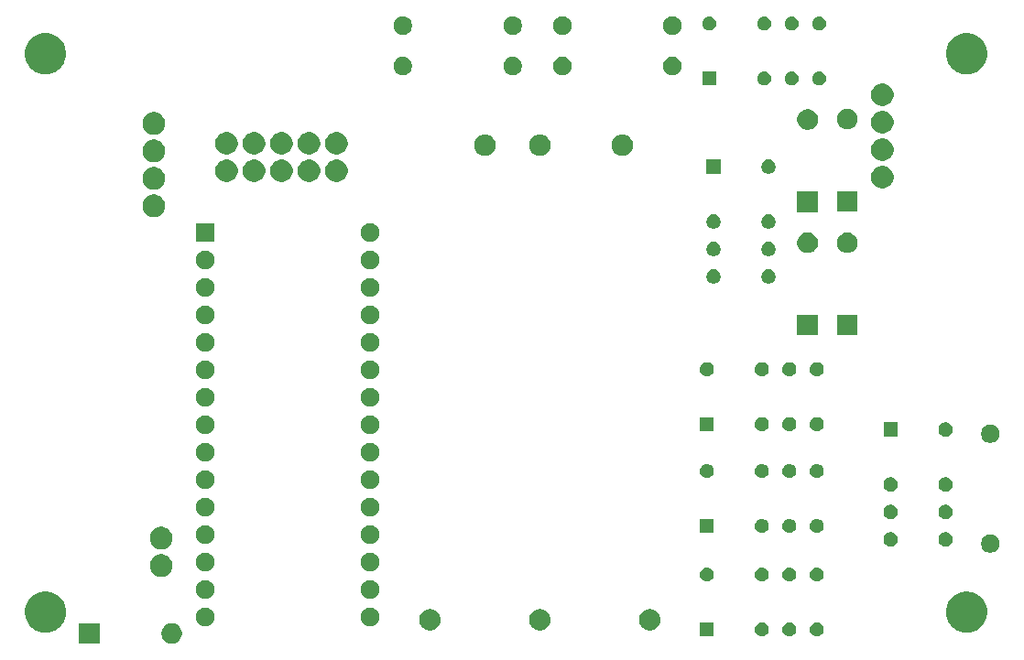
<source format=gbr>
G04 #@! TF.GenerationSoftware,KiCad,Pcbnew,(5.1.5)-3*
G04 #@! TF.CreationDate,2020-05-01T11:25:14-05:00*
G04 #@! TF.ProjectId,45-1591-1,34352d31-3539-4312-9d31-2e6b69636164,rev?*
G04 #@! TF.SameCoordinates,Original*
G04 #@! TF.FileFunction,Soldermask,Bot*
G04 #@! TF.FilePolarity,Negative*
%FSLAX46Y46*%
G04 Gerber Fmt 4.6, Leading zero omitted, Abs format (unit mm)*
G04 Created by KiCad (PCBNEW (5.1.5)-3) date 2020-05-01 11:25:14*
%MOMM*%
%LPD*%
G04 APERTURE LIST*
%ADD10C,0.100000*%
G04 APERTURE END LIST*
D10*
G36*
X75410595Y-117817546D02*
G01*
X75583666Y-117889234D01*
X75583667Y-117889235D01*
X75739427Y-117993310D01*
X75871890Y-118125773D01*
X75871891Y-118125775D01*
X75975966Y-118281534D01*
X76047654Y-118454605D01*
X76084200Y-118638333D01*
X76084200Y-118825667D01*
X76047654Y-119009395D01*
X75975966Y-119182466D01*
X75975965Y-119182467D01*
X75871890Y-119338227D01*
X75739427Y-119470690D01*
X75661018Y-119523081D01*
X75583666Y-119574766D01*
X75410595Y-119646454D01*
X75226867Y-119683000D01*
X75039533Y-119683000D01*
X74855805Y-119646454D01*
X74682734Y-119574766D01*
X74605382Y-119523081D01*
X74526973Y-119470690D01*
X74394510Y-119338227D01*
X74290435Y-119182467D01*
X74290434Y-119182466D01*
X74218746Y-119009395D01*
X74182200Y-118825667D01*
X74182200Y-118638333D01*
X74218746Y-118454605D01*
X74290434Y-118281534D01*
X74394509Y-118125775D01*
X74394510Y-118125773D01*
X74526973Y-117993310D01*
X74682733Y-117889235D01*
X74682734Y-117889234D01*
X74855805Y-117817546D01*
X75039533Y-117781000D01*
X75226867Y-117781000D01*
X75410595Y-117817546D01*
G37*
G36*
X68464200Y-119683000D02*
G01*
X66562200Y-119683000D01*
X66562200Y-117781000D01*
X68464200Y-117781000D01*
X68464200Y-119683000D01*
G37*
G36*
X132423890Y-117725017D02*
G01*
X132476322Y-117746735D01*
X132542364Y-117774091D01*
X132552704Y-117781000D01*
X132648988Y-117845335D01*
X132739665Y-117936012D01*
X132810910Y-118042638D01*
X132859983Y-118161110D01*
X132885000Y-118286881D01*
X132885000Y-118415119D01*
X132859983Y-118540890D01*
X132819621Y-118638333D01*
X132810909Y-118659364D01*
X132739665Y-118765988D01*
X132648988Y-118856665D01*
X132542364Y-118927909D01*
X132542363Y-118927910D01*
X132542362Y-118927910D01*
X132423890Y-118976983D01*
X132298119Y-119002000D01*
X132169881Y-119002000D01*
X132044110Y-118976983D01*
X131925638Y-118927910D01*
X131925637Y-118927910D01*
X131925636Y-118927909D01*
X131819012Y-118856665D01*
X131728335Y-118765988D01*
X131657091Y-118659364D01*
X131648380Y-118638333D01*
X131608017Y-118540890D01*
X131583000Y-118415119D01*
X131583000Y-118286881D01*
X131608017Y-118161110D01*
X131657090Y-118042638D01*
X131728335Y-117936012D01*
X131819012Y-117845335D01*
X131915296Y-117781000D01*
X131925636Y-117774091D01*
X131991679Y-117746735D01*
X132044110Y-117725017D01*
X132169881Y-117700000D01*
X132298119Y-117700000D01*
X132423890Y-117725017D01*
G37*
G36*
X134963890Y-117725017D02*
G01*
X135016322Y-117746735D01*
X135082364Y-117774091D01*
X135092704Y-117781000D01*
X135188988Y-117845335D01*
X135279665Y-117936012D01*
X135350910Y-118042638D01*
X135399983Y-118161110D01*
X135425000Y-118286881D01*
X135425000Y-118415119D01*
X135399983Y-118540890D01*
X135359621Y-118638333D01*
X135350909Y-118659364D01*
X135279665Y-118765988D01*
X135188988Y-118856665D01*
X135082364Y-118927909D01*
X135082363Y-118927910D01*
X135082362Y-118927910D01*
X134963890Y-118976983D01*
X134838119Y-119002000D01*
X134709881Y-119002000D01*
X134584110Y-118976983D01*
X134465638Y-118927910D01*
X134465637Y-118927910D01*
X134465636Y-118927909D01*
X134359012Y-118856665D01*
X134268335Y-118765988D01*
X134197091Y-118659364D01*
X134188380Y-118638333D01*
X134148017Y-118540890D01*
X134123000Y-118415119D01*
X134123000Y-118286881D01*
X134148017Y-118161110D01*
X134197090Y-118042638D01*
X134268335Y-117936012D01*
X134359012Y-117845335D01*
X134455296Y-117781000D01*
X134465636Y-117774091D01*
X134531679Y-117746735D01*
X134584110Y-117725017D01*
X134709881Y-117700000D01*
X134838119Y-117700000D01*
X134963890Y-117725017D01*
G37*
G36*
X125265000Y-119002000D02*
G01*
X123963000Y-119002000D01*
X123963000Y-117700000D01*
X125265000Y-117700000D01*
X125265000Y-119002000D01*
G37*
G36*
X129883890Y-117725017D02*
G01*
X129936322Y-117746735D01*
X130002364Y-117774091D01*
X130012704Y-117781000D01*
X130108988Y-117845335D01*
X130199665Y-117936012D01*
X130270910Y-118042638D01*
X130319983Y-118161110D01*
X130345000Y-118286881D01*
X130345000Y-118415119D01*
X130319983Y-118540890D01*
X130279621Y-118638333D01*
X130270909Y-118659364D01*
X130199665Y-118765988D01*
X130108988Y-118856665D01*
X130002364Y-118927909D01*
X130002363Y-118927910D01*
X130002362Y-118927910D01*
X129883890Y-118976983D01*
X129758119Y-119002000D01*
X129629881Y-119002000D01*
X129504110Y-118976983D01*
X129385638Y-118927910D01*
X129385637Y-118927910D01*
X129385636Y-118927909D01*
X129279012Y-118856665D01*
X129188335Y-118765988D01*
X129117091Y-118659364D01*
X129108380Y-118638333D01*
X129068017Y-118540890D01*
X129043000Y-118415119D01*
X129043000Y-118286881D01*
X129068017Y-118161110D01*
X129117090Y-118042638D01*
X129188335Y-117936012D01*
X129279012Y-117845335D01*
X129375296Y-117781000D01*
X129385636Y-117774091D01*
X129451679Y-117746735D01*
X129504110Y-117725017D01*
X129629881Y-117700000D01*
X129758119Y-117700000D01*
X129883890Y-117725017D01*
G37*
G36*
X148976866Y-114889527D02*
G01*
X149160501Y-114926054D01*
X149405132Y-115027384D01*
X149480736Y-115058700D01*
X149506461Y-115069356D01*
X149817817Y-115277397D01*
X150082603Y-115542183D01*
X150290644Y-115853539D01*
X150290645Y-115853541D01*
X150433946Y-116199500D01*
X150507000Y-116566767D01*
X150507000Y-116941233D01*
X150473075Y-117111784D01*
X150433946Y-117308501D01*
X150290644Y-117654461D01*
X150082603Y-117965817D01*
X149817817Y-118230603D01*
X149506461Y-118438644D01*
X149506460Y-118438645D01*
X149506459Y-118438645D01*
X149467928Y-118454605D01*
X149160501Y-118581946D01*
X148976866Y-118618473D01*
X148793233Y-118655000D01*
X148418767Y-118655000D01*
X148235134Y-118618473D01*
X148051499Y-118581946D01*
X147744072Y-118454605D01*
X147705541Y-118438645D01*
X147705540Y-118438645D01*
X147705539Y-118438644D01*
X147394183Y-118230603D01*
X147129397Y-117965817D01*
X146921356Y-117654461D01*
X146778054Y-117308501D01*
X146738925Y-117111784D01*
X146705000Y-116941233D01*
X146705000Y-116566767D01*
X146778054Y-116199500D01*
X146921355Y-115853541D01*
X146921356Y-115853539D01*
X147129397Y-115542183D01*
X147394183Y-115277397D01*
X147705539Y-115069356D01*
X147731265Y-115058700D01*
X147806868Y-115027384D01*
X148051499Y-114926054D01*
X148235134Y-114889527D01*
X148418767Y-114853000D01*
X148793233Y-114853000D01*
X148976866Y-114889527D01*
G37*
G36*
X63847366Y-114889527D02*
G01*
X64031001Y-114926054D01*
X64275632Y-115027384D01*
X64351236Y-115058700D01*
X64376961Y-115069356D01*
X64688317Y-115277397D01*
X64953103Y-115542183D01*
X65161144Y-115853539D01*
X65161145Y-115853541D01*
X65304446Y-116199500D01*
X65377500Y-116566767D01*
X65377500Y-116941233D01*
X65343575Y-117111784D01*
X65304446Y-117308501D01*
X65161144Y-117654461D01*
X64953103Y-117965817D01*
X64688317Y-118230603D01*
X64376961Y-118438644D01*
X64376960Y-118438645D01*
X64376959Y-118438645D01*
X64338428Y-118454605D01*
X64031001Y-118581946D01*
X63847366Y-118618473D01*
X63663733Y-118655000D01*
X63289267Y-118655000D01*
X63105634Y-118618473D01*
X62921999Y-118581946D01*
X62614572Y-118454605D01*
X62576041Y-118438645D01*
X62576040Y-118438645D01*
X62576039Y-118438644D01*
X62264683Y-118230603D01*
X61999897Y-117965817D01*
X61791856Y-117654461D01*
X61648554Y-117308501D01*
X61609425Y-117111784D01*
X61575500Y-116941233D01*
X61575500Y-116566767D01*
X61648554Y-116199500D01*
X61791855Y-115853541D01*
X61791856Y-115853539D01*
X61999897Y-115542183D01*
X62264683Y-115277397D01*
X62576039Y-115069356D01*
X62601765Y-115058700D01*
X62677368Y-115027384D01*
X62921999Y-114926054D01*
X63105634Y-114889527D01*
X63289267Y-114853000D01*
X63663733Y-114853000D01*
X63847366Y-114889527D01*
G37*
G36*
X119521847Y-116488893D02*
G01*
X119617335Y-116507887D01*
X119681789Y-116534585D01*
X119797229Y-116582402D01*
X119797230Y-116582403D01*
X119959132Y-116690582D01*
X120096818Y-116828268D01*
X120096819Y-116828270D01*
X120204998Y-116990171D01*
X120248647Y-117095550D01*
X120279513Y-117170065D01*
X120317500Y-117361041D01*
X120317500Y-117555759D01*
X120279513Y-117746735D01*
X120265320Y-117781000D01*
X120204998Y-117926629D01*
X120204997Y-117926630D01*
X120096818Y-118088532D01*
X119959132Y-118226218D01*
X119952569Y-118230603D01*
X119797229Y-118334398D01*
X119691850Y-118378047D01*
X119617335Y-118408913D01*
X119521847Y-118427907D01*
X119426360Y-118446900D01*
X119231640Y-118446900D01*
X119136153Y-118427907D01*
X119040665Y-118408913D01*
X118966150Y-118378047D01*
X118860771Y-118334398D01*
X118705431Y-118230603D01*
X118698868Y-118226218D01*
X118561182Y-118088532D01*
X118453003Y-117926630D01*
X118453002Y-117926629D01*
X118392680Y-117781000D01*
X118378487Y-117746735D01*
X118340500Y-117555759D01*
X118340500Y-117361041D01*
X118378487Y-117170065D01*
X118409353Y-117095550D01*
X118453002Y-116990171D01*
X118561181Y-116828270D01*
X118561182Y-116828268D01*
X118698868Y-116690582D01*
X118860770Y-116582403D01*
X118860771Y-116582402D01*
X118976211Y-116534585D01*
X119040665Y-116507887D01*
X119136153Y-116488893D01*
X119231640Y-116469900D01*
X119426360Y-116469900D01*
X119521847Y-116488893D01*
G37*
G36*
X109361847Y-116488893D02*
G01*
X109457335Y-116507887D01*
X109521789Y-116534585D01*
X109637229Y-116582402D01*
X109637230Y-116582403D01*
X109799132Y-116690582D01*
X109936818Y-116828268D01*
X109936819Y-116828270D01*
X110044998Y-116990171D01*
X110088647Y-117095550D01*
X110119513Y-117170065D01*
X110157500Y-117361041D01*
X110157500Y-117555759D01*
X110119513Y-117746735D01*
X110105320Y-117781000D01*
X110044998Y-117926629D01*
X110044997Y-117926630D01*
X109936818Y-118088532D01*
X109799132Y-118226218D01*
X109792569Y-118230603D01*
X109637229Y-118334398D01*
X109531850Y-118378047D01*
X109457335Y-118408913D01*
X109361847Y-118427907D01*
X109266360Y-118446900D01*
X109071640Y-118446900D01*
X108976153Y-118427907D01*
X108880665Y-118408913D01*
X108806150Y-118378047D01*
X108700771Y-118334398D01*
X108545431Y-118230603D01*
X108538868Y-118226218D01*
X108401182Y-118088532D01*
X108293003Y-117926630D01*
X108293002Y-117926629D01*
X108232680Y-117781000D01*
X108218487Y-117746735D01*
X108180500Y-117555759D01*
X108180500Y-117361041D01*
X108218487Y-117170065D01*
X108249353Y-117095550D01*
X108293002Y-116990171D01*
X108401181Y-116828270D01*
X108401182Y-116828268D01*
X108538868Y-116690582D01*
X108700770Y-116582403D01*
X108700771Y-116582402D01*
X108816211Y-116534585D01*
X108880665Y-116507887D01*
X108976153Y-116488893D01*
X109071640Y-116469900D01*
X109266360Y-116469900D01*
X109361847Y-116488893D01*
G37*
G36*
X99201847Y-116488893D02*
G01*
X99297335Y-116507887D01*
X99361789Y-116534585D01*
X99477229Y-116582402D01*
X99477230Y-116582403D01*
X99639132Y-116690582D01*
X99776818Y-116828268D01*
X99776819Y-116828270D01*
X99884998Y-116990171D01*
X99928647Y-117095550D01*
X99959513Y-117170065D01*
X99997500Y-117361041D01*
X99997500Y-117555759D01*
X99959513Y-117746735D01*
X99945320Y-117781000D01*
X99884998Y-117926629D01*
X99884997Y-117926630D01*
X99776818Y-118088532D01*
X99639132Y-118226218D01*
X99632569Y-118230603D01*
X99477229Y-118334398D01*
X99371850Y-118378047D01*
X99297335Y-118408913D01*
X99201847Y-118427907D01*
X99106360Y-118446900D01*
X98911640Y-118446900D01*
X98816153Y-118427907D01*
X98720665Y-118408913D01*
X98646150Y-118378047D01*
X98540771Y-118334398D01*
X98385431Y-118230603D01*
X98378868Y-118226218D01*
X98241182Y-118088532D01*
X98133003Y-117926630D01*
X98133002Y-117926629D01*
X98072680Y-117781000D01*
X98058487Y-117746735D01*
X98020500Y-117555759D01*
X98020500Y-117361041D01*
X98058487Y-117170065D01*
X98089353Y-117095550D01*
X98133002Y-116990171D01*
X98241181Y-116828270D01*
X98241182Y-116828268D01*
X98378868Y-116690582D01*
X98540770Y-116582403D01*
X98540771Y-116582402D01*
X98656211Y-116534585D01*
X98720665Y-116507887D01*
X98816153Y-116488893D01*
X98911640Y-116469900D01*
X99106360Y-116469900D01*
X99201847Y-116488893D01*
G37*
G36*
X93720228Y-116377303D02*
G01*
X93875100Y-116441453D01*
X94014481Y-116534585D01*
X94133015Y-116653119D01*
X94226147Y-116792500D01*
X94290297Y-116947372D01*
X94323000Y-117111784D01*
X94323000Y-117279416D01*
X94290297Y-117443828D01*
X94226147Y-117598700D01*
X94133015Y-117738081D01*
X94014481Y-117856615D01*
X93875100Y-117949747D01*
X93720228Y-118013897D01*
X93555816Y-118046600D01*
X93388184Y-118046600D01*
X93223772Y-118013897D01*
X93068900Y-117949747D01*
X92929519Y-117856615D01*
X92810985Y-117738081D01*
X92717853Y-117598700D01*
X92653703Y-117443828D01*
X92621000Y-117279416D01*
X92621000Y-117111784D01*
X92653703Y-116947372D01*
X92717853Y-116792500D01*
X92810985Y-116653119D01*
X92929519Y-116534585D01*
X93068900Y-116441453D01*
X93223772Y-116377303D01*
X93388184Y-116344600D01*
X93555816Y-116344600D01*
X93720228Y-116377303D01*
G37*
G36*
X78480228Y-116377303D02*
G01*
X78635100Y-116441453D01*
X78774481Y-116534585D01*
X78893015Y-116653119D01*
X78986147Y-116792500D01*
X79050297Y-116947372D01*
X79083000Y-117111784D01*
X79083000Y-117279416D01*
X79050297Y-117443828D01*
X78986147Y-117598700D01*
X78893015Y-117738081D01*
X78774481Y-117856615D01*
X78635100Y-117949747D01*
X78480228Y-118013897D01*
X78315816Y-118046600D01*
X78148184Y-118046600D01*
X77983772Y-118013897D01*
X77828900Y-117949747D01*
X77689519Y-117856615D01*
X77570985Y-117738081D01*
X77477853Y-117598700D01*
X77413703Y-117443828D01*
X77381000Y-117279416D01*
X77381000Y-117111784D01*
X77413703Y-116947372D01*
X77477853Y-116792500D01*
X77570985Y-116653119D01*
X77689519Y-116534585D01*
X77828900Y-116441453D01*
X77983772Y-116377303D01*
X78148184Y-116344600D01*
X78315816Y-116344600D01*
X78480228Y-116377303D01*
G37*
G36*
X78480228Y-113837303D02*
G01*
X78635100Y-113901453D01*
X78774481Y-113994585D01*
X78893015Y-114113119D01*
X78986147Y-114252500D01*
X79050297Y-114407372D01*
X79083000Y-114571784D01*
X79083000Y-114739416D01*
X79050297Y-114903828D01*
X78986147Y-115058700D01*
X78893015Y-115198081D01*
X78774481Y-115316615D01*
X78635100Y-115409747D01*
X78480228Y-115473897D01*
X78315816Y-115506600D01*
X78148184Y-115506600D01*
X77983772Y-115473897D01*
X77828900Y-115409747D01*
X77689519Y-115316615D01*
X77570985Y-115198081D01*
X77477853Y-115058700D01*
X77413703Y-114903828D01*
X77381000Y-114739416D01*
X77381000Y-114571784D01*
X77413703Y-114407372D01*
X77477853Y-114252500D01*
X77570985Y-114113119D01*
X77689519Y-113994585D01*
X77828900Y-113901453D01*
X77983772Y-113837303D01*
X78148184Y-113804600D01*
X78315816Y-113804600D01*
X78480228Y-113837303D01*
G37*
G36*
X93720228Y-113837303D02*
G01*
X93875100Y-113901453D01*
X94014481Y-113994585D01*
X94133015Y-114113119D01*
X94226147Y-114252500D01*
X94290297Y-114407372D01*
X94323000Y-114571784D01*
X94323000Y-114739416D01*
X94290297Y-114903828D01*
X94226147Y-115058700D01*
X94133015Y-115198081D01*
X94014481Y-115316615D01*
X93875100Y-115409747D01*
X93720228Y-115473897D01*
X93555816Y-115506600D01*
X93388184Y-115506600D01*
X93223772Y-115473897D01*
X93068900Y-115409747D01*
X92929519Y-115316615D01*
X92810985Y-115198081D01*
X92717853Y-115058700D01*
X92653703Y-114903828D01*
X92621000Y-114739416D01*
X92621000Y-114571784D01*
X92653703Y-114407372D01*
X92717853Y-114252500D01*
X92810985Y-114113119D01*
X92929519Y-113994585D01*
X93068900Y-113901453D01*
X93223772Y-113837303D01*
X93388184Y-113804600D01*
X93555816Y-113804600D01*
X93720228Y-113837303D01*
G37*
G36*
X132423890Y-112645017D02*
G01*
X132542364Y-112694091D01*
X132648988Y-112765335D01*
X132739665Y-112856012D01*
X132810909Y-112962636D01*
X132859983Y-113081110D01*
X132885000Y-113206882D01*
X132885000Y-113335118D01*
X132859983Y-113460890D01*
X132810909Y-113579364D01*
X132739665Y-113685988D01*
X132648988Y-113776665D01*
X132542364Y-113847909D01*
X132542363Y-113847910D01*
X132542362Y-113847910D01*
X132423890Y-113896983D01*
X132298119Y-113922000D01*
X132169881Y-113922000D01*
X132044110Y-113896983D01*
X131925638Y-113847910D01*
X131925637Y-113847910D01*
X131925636Y-113847909D01*
X131819012Y-113776665D01*
X131728335Y-113685988D01*
X131657091Y-113579364D01*
X131608017Y-113460890D01*
X131583000Y-113335118D01*
X131583000Y-113206882D01*
X131608017Y-113081110D01*
X131657091Y-112962636D01*
X131728335Y-112856012D01*
X131819012Y-112765335D01*
X131925636Y-112694091D01*
X132044110Y-112645017D01*
X132169881Y-112620000D01*
X132298119Y-112620000D01*
X132423890Y-112645017D01*
G37*
G36*
X129883890Y-112645017D02*
G01*
X130002364Y-112694091D01*
X130108988Y-112765335D01*
X130199665Y-112856012D01*
X130270909Y-112962636D01*
X130319983Y-113081110D01*
X130345000Y-113206882D01*
X130345000Y-113335118D01*
X130319983Y-113460890D01*
X130270909Y-113579364D01*
X130199665Y-113685988D01*
X130108988Y-113776665D01*
X130002364Y-113847909D01*
X130002363Y-113847910D01*
X130002362Y-113847910D01*
X129883890Y-113896983D01*
X129758119Y-113922000D01*
X129629881Y-113922000D01*
X129504110Y-113896983D01*
X129385638Y-113847910D01*
X129385637Y-113847910D01*
X129385636Y-113847909D01*
X129279012Y-113776665D01*
X129188335Y-113685988D01*
X129117091Y-113579364D01*
X129068017Y-113460890D01*
X129043000Y-113335118D01*
X129043000Y-113206882D01*
X129068017Y-113081110D01*
X129117091Y-112962636D01*
X129188335Y-112856012D01*
X129279012Y-112765335D01*
X129385636Y-112694091D01*
X129504110Y-112645017D01*
X129629881Y-112620000D01*
X129758119Y-112620000D01*
X129883890Y-112645017D01*
G37*
G36*
X124803890Y-112645017D02*
G01*
X124922364Y-112694091D01*
X125028988Y-112765335D01*
X125119665Y-112856012D01*
X125190909Y-112962636D01*
X125239983Y-113081110D01*
X125265000Y-113206882D01*
X125265000Y-113335118D01*
X125239983Y-113460890D01*
X125190909Y-113579364D01*
X125119665Y-113685988D01*
X125028988Y-113776665D01*
X124922364Y-113847909D01*
X124922363Y-113847910D01*
X124922362Y-113847910D01*
X124803890Y-113896983D01*
X124678119Y-113922000D01*
X124549881Y-113922000D01*
X124424110Y-113896983D01*
X124305638Y-113847910D01*
X124305637Y-113847910D01*
X124305636Y-113847909D01*
X124199012Y-113776665D01*
X124108335Y-113685988D01*
X124037091Y-113579364D01*
X123988017Y-113460890D01*
X123963000Y-113335118D01*
X123963000Y-113206882D01*
X123988017Y-113081110D01*
X124037091Y-112962636D01*
X124108335Y-112856012D01*
X124199012Y-112765335D01*
X124305636Y-112694091D01*
X124424110Y-112645017D01*
X124549881Y-112620000D01*
X124678119Y-112620000D01*
X124803890Y-112645017D01*
G37*
G36*
X134963890Y-112645017D02*
G01*
X135082364Y-112694091D01*
X135188988Y-112765335D01*
X135279665Y-112856012D01*
X135350909Y-112962636D01*
X135399983Y-113081110D01*
X135425000Y-113206882D01*
X135425000Y-113335118D01*
X135399983Y-113460890D01*
X135350909Y-113579364D01*
X135279665Y-113685988D01*
X135188988Y-113776665D01*
X135082364Y-113847909D01*
X135082363Y-113847910D01*
X135082362Y-113847910D01*
X134963890Y-113896983D01*
X134838119Y-113922000D01*
X134709881Y-113922000D01*
X134584110Y-113896983D01*
X134465638Y-113847910D01*
X134465637Y-113847910D01*
X134465636Y-113847909D01*
X134359012Y-113776665D01*
X134268335Y-113685988D01*
X134197091Y-113579364D01*
X134148017Y-113460890D01*
X134123000Y-113335118D01*
X134123000Y-113206882D01*
X134148017Y-113081110D01*
X134197091Y-112962636D01*
X134268335Y-112856012D01*
X134359012Y-112765335D01*
X134465636Y-112694091D01*
X134584110Y-112645017D01*
X134709881Y-112620000D01*
X134838119Y-112620000D01*
X134963890Y-112645017D01*
G37*
G36*
X74459065Y-111444620D02*
G01*
X74648588Y-111523123D01*
X74819154Y-111637092D01*
X74964208Y-111782146D01*
X75021154Y-111867372D01*
X75078178Y-111952714D01*
X75156680Y-112142235D01*
X75196700Y-112343430D01*
X75196700Y-112548570D01*
X75156680Y-112749765D01*
X75106982Y-112869748D01*
X75078177Y-112939288D01*
X74964208Y-113109854D01*
X74819154Y-113254908D01*
X74648588Y-113368877D01*
X74648587Y-113368878D01*
X74648586Y-113368878D01*
X74459065Y-113447380D01*
X74257870Y-113487400D01*
X74052730Y-113487400D01*
X73851535Y-113447380D01*
X73662014Y-113368878D01*
X73662013Y-113368878D01*
X73662012Y-113368877D01*
X73491446Y-113254908D01*
X73346392Y-113109854D01*
X73232423Y-112939288D01*
X73203619Y-112869748D01*
X73153920Y-112749765D01*
X73113900Y-112548570D01*
X73113900Y-112343430D01*
X73153920Y-112142235D01*
X73232422Y-111952714D01*
X73289446Y-111867372D01*
X73346392Y-111782146D01*
X73491446Y-111637092D01*
X73662012Y-111523123D01*
X73851535Y-111444620D01*
X74052730Y-111404600D01*
X74257870Y-111404600D01*
X74459065Y-111444620D01*
G37*
G36*
X78480228Y-111297303D02*
G01*
X78635100Y-111361453D01*
X78774481Y-111454585D01*
X78893015Y-111573119D01*
X78986147Y-111712500D01*
X79050297Y-111867372D01*
X79083000Y-112031784D01*
X79083000Y-112199416D01*
X79050297Y-112363828D01*
X78986147Y-112518700D01*
X78893015Y-112658081D01*
X78774481Y-112776615D01*
X78635100Y-112869747D01*
X78480228Y-112933897D01*
X78315816Y-112966600D01*
X78148184Y-112966600D01*
X77983772Y-112933897D01*
X77828900Y-112869747D01*
X77689519Y-112776615D01*
X77570985Y-112658081D01*
X77477853Y-112518700D01*
X77413703Y-112363828D01*
X77381000Y-112199416D01*
X77381000Y-112031784D01*
X77413703Y-111867372D01*
X77477853Y-111712500D01*
X77570985Y-111573119D01*
X77689519Y-111454585D01*
X77828900Y-111361453D01*
X77983772Y-111297303D01*
X78148184Y-111264600D01*
X78315816Y-111264600D01*
X78480228Y-111297303D01*
G37*
G36*
X93720228Y-111297303D02*
G01*
X93875100Y-111361453D01*
X94014481Y-111454585D01*
X94133015Y-111573119D01*
X94226147Y-111712500D01*
X94290297Y-111867372D01*
X94323000Y-112031784D01*
X94323000Y-112199416D01*
X94290297Y-112363828D01*
X94226147Y-112518700D01*
X94133015Y-112658081D01*
X94014481Y-112776615D01*
X93875100Y-112869747D01*
X93720228Y-112933897D01*
X93555816Y-112966600D01*
X93388184Y-112966600D01*
X93223772Y-112933897D01*
X93068900Y-112869747D01*
X92929519Y-112776615D01*
X92810985Y-112658081D01*
X92717853Y-112518700D01*
X92653703Y-112363828D01*
X92621000Y-112199416D01*
X92621000Y-112031784D01*
X92653703Y-111867372D01*
X92717853Y-111712500D01*
X92810985Y-111573119D01*
X92929519Y-111454585D01*
X93068900Y-111361453D01*
X93223772Y-111297303D01*
X93388184Y-111264600D01*
X93555816Y-111264600D01*
X93720228Y-111297303D01*
G37*
G36*
X151060228Y-109595703D02*
G01*
X151215100Y-109659853D01*
X151354481Y-109752985D01*
X151473015Y-109871519D01*
X151566147Y-110010900D01*
X151630297Y-110165772D01*
X151663000Y-110330184D01*
X151663000Y-110497816D01*
X151630297Y-110662228D01*
X151566147Y-110817100D01*
X151473015Y-110956481D01*
X151354481Y-111075015D01*
X151215100Y-111168147D01*
X151060228Y-111232297D01*
X150895816Y-111265000D01*
X150728184Y-111265000D01*
X150563772Y-111232297D01*
X150408900Y-111168147D01*
X150269519Y-111075015D01*
X150150985Y-110956481D01*
X150057853Y-110817100D01*
X149993703Y-110662228D01*
X149961000Y-110497816D01*
X149961000Y-110330184D01*
X149993703Y-110165772D01*
X150057853Y-110010900D01*
X150150985Y-109871519D01*
X150269519Y-109752985D01*
X150408900Y-109659853D01*
X150563772Y-109595703D01*
X150728184Y-109563000D01*
X150895816Y-109563000D01*
X151060228Y-109595703D01*
G37*
G36*
X74459065Y-108904620D02*
G01*
X74648588Y-108983123D01*
X74819154Y-109097092D01*
X74964208Y-109242146D01*
X75071008Y-109401983D01*
X75078178Y-109412714D01*
X75156680Y-109602235D01*
X75196700Y-109803430D01*
X75196700Y-110008570D01*
X75156680Y-110209765D01*
X75106801Y-110330185D01*
X75078177Y-110399288D01*
X74964208Y-110569854D01*
X74819154Y-110714908D01*
X74648588Y-110828877D01*
X74648587Y-110828878D01*
X74648586Y-110828878D01*
X74459065Y-110907380D01*
X74257870Y-110947400D01*
X74052730Y-110947400D01*
X73851535Y-110907380D01*
X73662014Y-110828878D01*
X73662013Y-110828878D01*
X73662012Y-110828877D01*
X73491446Y-110714908D01*
X73346392Y-110569854D01*
X73232423Y-110399288D01*
X73203800Y-110330185D01*
X73153920Y-110209765D01*
X73113900Y-110008570D01*
X73113900Y-109803430D01*
X73153920Y-109602235D01*
X73232422Y-109412714D01*
X73239592Y-109401983D01*
X73346392Y-109242146D01*
X73491446Y-109097092D01*
X73662012Y-108983123D01*
X73851535Y-108904620D01*
X74052730Y-108864600D01*
X74257870Y-108864600D01*
X74459065Y-108904620D01*
G37*
G36*
X146861890Y-109396017D02*
G01*
X146980364Y-109445091D01*
X147086988Y-109516335D01*
X147177665Y-109607012D01*
X147212972Y-109659852D01*
X147248910Y-109713638D01*
X147297983Y-109832110D01*
X147323000Y-109957881D01*
X147323000Y-110086119D01*
X147297983Y-110211890D01*
X147287742Y-110236615D01*
X147248909Y-110330364D01*
X147177665Y-110436988D01*
X147086988Y-110527665D01*
X146980364Y-110598909D01*
X146980363Y-110598910D01*
X146980362Y-110598910D01*
X146861890Y-110647983D01*
X146736119Y-110673000D01*
X146607881Y-110673000D01*
X146482110Y-110647983D01*
X146363638Y-110598910D01*
X146363637Y-110598910D01*
X146363636Y-110598909D01*
X146257012Y-110527665D01*
X146166335Y-110436988D01*
X146095091Y-110330364D01*
X146056259Y-110236615D01*
X146046017Y-110211890D01*
X146021000Y-110086119D01*
X146021000Y-109957881D01*
X146046017Y-109832110D01*
X146095090Y-109713638D01*
X146131029Y-109659852D01*
X146166335Y-109607012D01*
X146257012Y-109516335D01*
X146363636Y-109445091D01*
X146482110Y-109396017D01*
X146607881Y-109371000D01*
X146736119Y-109371000D01*
X146861890Y-109396017D01*
G37*
G36*
X141781890Y-109396017D02*
G01*
X141900364Y-109445091D01*
X142006988Y-109516335D01*
X142097665Y-109607012D01*
X142132972Y-109659852D01*
X142168910Y-109713638D01*
X142217983Y-109832110D01*
X142243000Y-109957881D01*
X142243000Y-110086119D01*
X142217983Y-110211890D01*
X142207742Y-110236615D01*
X142168909Y-110330364D01*
X142097665Y-110436988D01*
X142006988Y-110527665D01*
X141900364Y-110598909D01*
X141900363Y-110598910D01*
X141900362Y-110598910D01*
X141781890Y-110647983D01*
X141656119Y-110673000D01*
X141527881Y-110673000D01*
X141402110Y-110647983D01*
X141283638Y-110598910D01*
X141283637Y-110598910D01*
X141283636Y-110598909D01*
X141177012Y-110527665D01*
X141086335Y-110436988D01*
X141015091Y-110330364D01*
X140976259Y-110236615D01*
X140966017Y-110211890D01*
X140941000Y-110086119D01*
X140941000Y-109957881D01*
X140966017Y-109832110D01*
X141015090Y-109713638D01*
X141051029Y-109659852D01*
X141086335Y-109607012D01*
X141177012Y-109516335D01*
X141283636Y-109445091D01*
X141402110Y-109396017D01*
X141527881Y-109371000D01*
X141656119Y-109371000D01*
X141781890Y-109396017D01*
G37*
G36*
X93720228Y-108757303D02*
G01*
X93875100Y-108821453D01*
X94014481Y-108914585D01*
X94133015Y-109033119D01*
X94226147Y-109172500D01*
X94290297Y-109327372D01*
X94323000Y-109491784D01*
X94323000Y-109659416D01*
X94290297Y-109823828D01*
X94226147Y-109978700D01*
X94133015Y-110118081D01*
X94014481Y-110236615D01*
X93875100Y-110329747D01*
X93720228Y-110393897D01*
X93555816Y-110426600D01*
X93388184Y-110426600D01*
X93223772Y-110393897D01*
X93068900Y-110329747D01*
X92929519Y-110236615D01*
X92810985Y-110118081D01*
X92717853Y-109978700D01*
X92653703Y-109823828D01*
X92621000Y-109659416D01*
X92621000Y-109491784D01*
X92653703Y-109327372D01*
X92717853Y-109172500D01*
X92810985Y-109033119D01*
X92929519Y-108914585D01*
X93068900Y-108821453D01*
X93223772Y-108757303D01*
X93388184Y-108724600D01*
X93555816Y-108724600D01*
X93720228Y-108757303D01*
G37*
G36*
X78480228Y-108757303D02*
G01*
X78635100Y-108821453D01*
X78774481Y-108914585D01*
X78893015Y-109033119D01*
X78986147Y-109172500D01*
X79050297Y-109327372D01*
X79083000Y-109491784D01*
X79083000Y-109659416D01*
X79050297Y-109823828D01*
X78986147Y-109978700D01*
X78893015Y-110118081D01*
X78774481Y-110236615D01*
X78635100Y-110329747D01*
X78480228Y-110393897D01*
X78315816Y-110426600D01*
X78148184Y-110426600D01*
X77983772Y-110393897D01*
X77828900Y-110329747D01*
X77689519Y-110236615D01*
X77570985Y-110118081D01*
X77477853Y-109978700D01*
X77413703Y-109823828D01*
X77381000Y-109659416D01*
X77381000Y-109491784D01*
X77413703Y-109327372D01*
X77477853Y-109172500D01*
X77570985Y-109033119D01*
X77689519Y-108914585D01*
X77828900Y-108821453D01*
X77983772Y-108757303D01*
X78148184Y-108724600D01*
X78315816Y-108724600D01*
X78480228Y-108757303D01*
G37*
G36*
X129798338Y-108133000D02*
G01*
X129883890Y-108150017D01*
X130002364Y-108199091D01*
X130108988Y-108270335D01*
X130199665Y-108361012D01*
X130270910Y-108467638D01*
X130319983Y-108586110D01*
X130345000Y-108711881D01*
X130345000Y-108840119D01*
X130332170Y-108904620D01*
X130319983Y-108965890D01*
X130270909Y-109084364D01*
X130199665Y-109190988D01*
X130108988Y-109281665D01*
X130002364Y-109352909D01*
X130002363Y-109352910D01*
X130002362Y-109352910D01*
X129883890Y-109401983D01*
X129758119Y-109427000D01*
X129629881Y-109427000D01*
X129504110Y-109401983D01*
X129385638Y-109352910D01*
X129385637Y-109352910D01*
X129385636Y-109352909D01*
X129279012Y-109281665D01*
X129188335Y-109190988D01*
X129117091Y-109084364D01*
X129068017Y-108965890D01*
X129055830Y-108904620D01*
X129043000Y-108840119D01*
X129043000Y-108711881D01*
X129068017Y-108586110D01*
X129117090Y-108467638D01*
X129188335Y-108361012D01*
X129279012Y-108270335D01*
X129385636Y-108199091D01*
X129504110Y-108150017D01*
X129589662Y-108133000D01*
X129629881Y-108125000D01*
X129758119Y-108125000D01*
X129798338Y-108133000D01*
G37*
G36*
X125265000Y-109427000D02*
G01*
X123963000Y-109427000D01*
X123963000Y-108125000D01*
X125265000Y-108125000D01*
X125265000Y-109427000D01*
G37*
G36*
X134878338Y-108133000D02*
G01*
X134963890Y-108150017D01*
X135082364Y-108199091D01*
X135188988Y-108270335D01*
X135279665Y-108361012D01*
X135350910Y-108467638D01*
X135399983Y-108586110D01*
X135425000Y-108711881D01*
X135425000Y-108840119D01*
X135412170Y-108904620D01*
X135399983Y-108965890D01*
X135350909Y-109084364D01*
X135279665Y-109190988D01*
X135188988Y-109281665D01*
X135082364Y-109352909D01*
X135082363Y-109352910D01*
X135082362Y-109352910D01*
X134963890Y-109401983D01*
X134838119Y-109427000D01*
X134709881Y-109427000D01*
X134584110Y-109401983D01*
X134465638Y-109352910D01*
X134465637Y-109352910D01*
X134465636Y-109352909D01*
X134359012Y-109281665D01*
X134268335Y-109190988D01*
X134197091Y-109084364D01*
X134148017Y-108965890D01*
X134135830Y-108904620D01*
X134123000Y-108840119D01*
X134123000Y-108711881D01*
X134148017Y-108586110D01*
X134197090Y-108467638D01*
X134268335Y-108361012D01*
X134359012Y-108270335D01*
X134465636Y-108199091D01*
X134584110Y-108150017D01*
X134669662Y-108133000D01*
X134709881Y-108125000D01*
X134838119Y-108125000D01*
X134878338Y-108133000D01*
G37*
G36*
X132338338Y-108133000D02*
G01*
X132423890Y-108150017D01*
X132542364Y-108199091D01*
X132648988Y-108270335D01*
X132739665Y-108361012D01*
X132810910Y-108467638D01*
X132859983Y-108586110D01*
X132885000Y-108711881D01*
X132885000Y-108840119D01*
X132872170Y-108904620D01*
X132859983Y-108965890D01*
X132810909Y-109084364D01*
X132739665Y-109190988D01*
X132648988Y-109281665D01*
X132542364Y-109352909D01*
X132542363Y-109352910D01*
X132542362Y-109352910D01*
X132423890Y-109401983D01*
X132298119Y-109427000D01*
X132169881Y-109427000D01*
X132044110Y-109401983D01*
X131925638Y-109352910D01*
X131925637Y-109352910D01*
X131925636Y-109352909D01*
X131819012Y-109281665D01*
X131728335Y-109190988D01*
X131657091Y-109084364D01*
X131608017Y-108965890D01*
X131595830Y-108904620D01*
X131583000Y-108840119D01*
X131583000Y-108711881D01*
X131608017Y-108586110D01*
X131657090Y-108467638D01*
X131728335Y-108361012D01*
X131819012Y-108270335D01*
X131925636Y-108199091D01*
X132044110Y-108150017D01*
X132129662Y-108133000D01*
X132169881Y-108125000D01*
X132298119Y-108125000D01*
X132338338Y-108133000D01*
G37*
G36*
X146861890Y-106856017D02*
G01*
X146980364Y-106905091D01*
X147086988Y-106976335D01*
X147177665Y-107067012D01*
X147212680Y-107119415D01*
X147248910Y-107173638D01*
X147297983Y-107292110D01*
X147323000Y-107417881D01*
X147323000Y-107546119D01*
X147297983Y-107671890D01*
X147287742Y-107696615D01*
X147248909Y-107790364D01*
X147177665Y-107896988D01*
X147086988Y-107987665D01*
X146980364Y-108058909D01*
X146980363Y-108058910D01*
X146980362Y-108058910D01*
X146861890Y-108107983D01*
X146736119Y-108133000D01*
X146607881Y-108133000D01*
X146482110Y-108107983D01*
X146363638Y-108058910D01*
X146363637Y-108058910D01*
X146363636Y-108058909D01*
X146257012Y-107987665D01*
X146166335Y-107896988D01*
X146095091Y-107790364D01*
X146056259Y-107696615D01*
X146046017Y-107671890D01*
X146021000Y-107546119D01*
X146021000Y-107417881D01*
X146046017Y-107292110D01*
X146095090Y-107173638D01*
X146131321Y-107119415D01*
X146166335Y-107067012D01*
X146257012Y-106976335D01*
X146363636Y-106905091D01*
X146482110Y-106856017D01*
X146607881Y-106831000D01*
X146736119Y-106831000D01*
X146861890Y-106856017D01*
G37*
G36*
X141781890Y-106856017D02*
G01*
X141900364Y-106905091D01*
X142006988Y-106976335D01*
X142097665Y-107067012D01*
X142132680Y-107119415D01*
X142168910Y-107173638D01*
X142217983Y-107292110D01*
X142243000Y-107417881D01*
X142243000Y-107546119D01*
X142217983Y-107671890D01*
X142207742Y-107696615D01*
X142168909Y-107790364D01*
X142097665Y-107896988D01*
X142006988Y-107987665D01*
X141900364Y-108058909D01*
X141900363Y-108058910D01*
X141900362Y-108058910D01*
X141781890Y-108107983D01*
X141656119Y-108133000D01*
X141527881Y-108133000D01*
X141402110Y-108107983D01*
X141283638Y-108058910D01*
X141283637Y-108058910D01*
X141283636Y-108058909D01*
X141177012Y-107987665D01*
X141086335Y-107896988D01*
X141015091Y-107790364D01*
X140976259Y-107696615D01*
X140966017Y-107671890D01*
X140941000Y-107546119D01*
X140941000Y-107417881D01*
X140966017Y-107292110D01*
X141015090Y-107173638D01*
X141051321Y-107119415D01*
X141086335Y-107067012D01*
X141177012Y-106976335D01*
X141283636Y-106905091D01*
X141402110Y-106856017D01*
X141527881Y-106831000D01*
X141656119Y-106831000D01*
X141781890Y-106856017D01*
G37*
G36*
X93720228Y-106217303D02*
G01*
X93875100Y-106281453D01*
X94014481Y-106374585D01*
X94133015Y-106493119D01*
X94226147Y-106632500D01*
X94290297Y-106787372D01*
X94323000Y-106951784D01*
X94323000Y-107119416D01*
X94290297Y-107283828D01*
X94226147Y-107438700D01*
X94133015Y-107578081D01*
X94014481Y-107696615D01*
X93875100Y-107789747D01*
X93720228Y-107853897D01*
X93555816Y-107886600D01*
X93388184Y-107886600D01*
X93223772Y-107853897D01*
X93068900Y-107789747D01*
X92929519Y-107696615D01*
X92810985Y-107578081D01*
X92717853Y-107438700D01*
X92653703Y-107283828D01*
X92621000Y-107119416D01*
X92621000Y-106951784D01*
X92653703Y-106787372D01*
X92717853Y-106632500D01*
X92810985Y-106493119D01*
X92929519Y-106374585D01*
X93068900Y-106281453D01*
X93223772Y-106217303D01*
X93388184Y-106184600D01*
X93555816Y-106184600D01*
X93720228Y-106217303D01*
G37*
G36*
X78480228Y-106217303D02*
G01*
X78635100Y-106281453D01*
X78774481Y-106374585D01*
X78893015Y-106493119D01*
X78986147Y-106632500D01*
X79050297Y-106787372D01*
X79083000Y-106951784D01*
X79083000Y-107119416D01*
X79050297Y-107283828D01*
X78986147Y-107438700D01*
X78893015Y-107578081D01*
X78774481Y-107696615D01*
X78635100Y-107789747D01*
X78480228Y-107853897D01*
X78315816Y-107886600D01*
X78148184Y-107886600D01*
X77983772Y-107853897D01*
X77828900Y-107789747D01*
X77689519Y-107696615D01*
X77570985Y-107578081D01*
X77477853Y-107438700D01*
X77413703Y-107283828D01*
X77381000Y-107119416D01*
X77381000Y-106951784D01*
X77413703Y-106787372D01*
X77477853Y-106632500D01*
X77570985Y-106493119D01*
X77689519Y-106374585D01*
X77828900Y-106281453D01*
X77983772Y-106217303D01*
X78148184Y-106184600D01*
X78315816Y-106184600D01*
X78480228Y-106217303D01*
G37*
G36*
X141781890Y-104316017D02*
G01*
X141900364Y-104365091D01*
X142006988Y-104436335D01*
X142097665Y-104527012D01*
X142132680Y-104579415D01*
X142168910Y-104633638D01*
X142217983Y-104752110D01*
X142243000Y-104877881D01*
X142243000Y-105006119D01*
X142217983Y-105131890D01*
X142207742Y-105156615D01*
X142168909Y-105250364D01*
X142097665Y-105356988D01*
X142006988Y-105447665D01*
X141900364Y-105518909D01*
X141900363Y-105518910D01*
X141900362Y-105518910D01*
X141781890Y-105567983D01*
X141656119Y-105593000D01*
X141527881Y-105593000D01*
X141402110Y-105567983D01*
X141283638Y-105518910D01*
X141283637Y-105518910D01*
X141283636Y-105518909D01*
X141177012Y-105447665D01*
X141086335Y-105356988D01*
X141015091Y-105250364D01*
X140976259Y-105156615D01*
X140966017Y-105131890D01*
X140941000Y-105006119D01*
X140941000Y-104877881D01*
X140966017Y-104752110D01*
X141015090Y-104633638D01*
X141051321Y-104579415D01*
X141086335Y-104527012D01*
X141177012Y-104436335D01*
X141283636Y-104365091D01*
X141402110Y-104316017D01*
X141527881Y-104291000D01*
X141656119Y-104291000D01*
X141781890Y-104316017D01*
G37*
G36*
X146861890Y-104316017D02*
G01*
X146980364Y-104365091D01*
X147086988Y-104436335D01*
X147177665Y-104527012D01*
X147212680Y-104579415D01*
X147248910Y-104633638D01*
X147297983Y-104752110D01*
X147323000Y-104877881D01*
X147323000Y-105006119D01*
X147297983Y-105131890D01*
X147287742Y-105156615D01*
X147248909Y-105250364D01*
X147177665Y-105356988D01*
X147086988Y-105447665D01*
X146980364Y-105518909D01*
X146980363Y-105518910D01*
X146980362Y-105518910D01*
X146861890Y-105567983D01*
X146736119Y-105593000D01*
X146607881Y-105593000D01*
X146482110Y-105567983D01*
X146363638Y-105518910D01*
X146363637Y-105518910D01*
X146363636Y-105518909D01*
X146257012Y-105447665D01*
X146166335Y-105356988D01*
X146095091Y-105250364D01*
X146056259Y-105156615D01*
X146046017Y-105131890D01*
X146021000Y-105006119D01*
X146021000Y-104877881D01*
X146046017Y-104752110D01*
X146095090Y-104633638D01*
X146131321Y-104579415D01*
X146166335Y-104527012D01*
X146257012Y-104436335D01*
X146363636Y-104365091D01*
X146482110Y-104316017D01*
X146607881Y-104291000D01*
X146736119Y-104291000D01*
X146861890Y-104316017D01*
G37*
G36*
X78480228Y-103677303D02*
G01*
X78635100Y-103741453D01*
X78774481Y-103834585D01*
X78893015Y-103953119D01*
X78986147Y-104092500D01*
X79050297Y-104247372D01*
X79083000Y-104411784D01*
X79083000Y-104579416D01*
X79050297Y-104743828D01*
X78986147Y-104898700D01*
X78893015Y-105038081D01*
X78774481Y-105156615D01*
X78635100Y-105249747D01*
X78480228Y-105313897D01*
X78315816Y-105346600D01*
X78148184Y-105346600D01*
X77983772Y-105313897D01*
X77828900Y-105249747D01*
X77689519Y-105156615D01*
X77570985Y-105038081D01*
X77477853Y-104898700D01*
X77413703Y-104743828D01*
X77381000Y-104579416D01*
X77381000Y-104411784D01*
X77413703Y-104247372D01*
X77477853Y-104092500D01*
X77570985Y-103953119D01*
X77689519Y-103834585D01*
X77828900Y-103741453D01*
X77983772Y-103677303D01*
X78148184Y-103644600D01*
X78315816Y-103644600D01*
X78480228Y-103677303D01*
G37*
G36*
X93720228Y-103677303D02*
G01*
X93875100Y-103741453D01*
X94014481Y-103834585D01*
X94133015Y-103953119D01*
X94226147Y-104092500D01*
X94290297Y-104247372D01*
X94323000Y-104411784D01*
X94323000Y-104579416D01*
X94290297Y-104743828D01*
X94226147Y-104898700D01*
X94133015Y-105038081D01*
X94014481Y-105156615D01*
X93875100Y-105249747D01*
X93720228Y-105313897D01*
X93555816Y-105346600D01*
X93388184Y-105346600D01*
X93223772Y-105313897D01*
X93068900Y-105249747D01*
X92929519Y-105156615D01*
X92810985Y-105038081D01*
X92717853Y-104898700D01*
X92653703Y-104743828D01*
X92621000Y-104579416D01*
X92621000Y-104411784D01*
X92653703Y-104247372D01*
X92717853Y-104092500D01*
X92810985Y-103953119D01*
X92929519Y-103834585D01*
X93068900Y-103741453D01*
X93223772Y-103677303D01*
X93388184Y-103644600D01*
X93555816Y-103644600D01*
X93720228Y-103677303D01*
G37*
G36*
X124803890Y-103070017D02*
G01*
X124922364Y-103119091D01*
X125028988Y-103190335D01*
X125119665Y-103281012D01*
X125190909Y-103387636D01*
X125239983Y-103506110D01*
X125265000Y-103631882D01*
X125265000Y-103760118D01*
X125239983Y-103885890D01*
X125190909Y-104004364D01*
X125119665Y-104110988D01*
X125028988Y-104201665D01*
X124922364Y-104272909D01*
X124922363Y-104272910D01*
X124922362Y-104272910D01*
X124803890Y-104321983D01*
X124678119Y-104347000D01*
X124549881Y-104347000D01*
X124424110Y-104321983D01*
X124305638Y-104272910D01*
X124305637Y-104272910D01*
X124305636Y-104272909D01*
X124199012Y-104201665D01*
X124108335Y-104110988D01*
X124037091Y-104004364D01*
X123988017Y-103885890D01*
X123963000Y-103760118D01*
X123963000Y-103631882D01*
X123988017Y-103506110D01*
X124037091Y-103387636D01*
X124108335Y-103281012D01*
X124199012Y-103190335D01*
X124305636Y-103119091D01*
X124424110Y-103070017D01*
X124549881Y-103045000D01*
X124678119Y-103045000D01*
X124803890Y-103070017D01*
G37*
G36*
X134963890Y-103070017D02*
G01*
X135082364Y-103119091D01*
X135188988Y-103190335D01*
X135279665Y-103281012D01*
X135350909Y-103387636D01*
X135399983Y-103506110D01*
X135425000Y-103631882D01*
X135425000Y-103760118D01*
X135399983Y-103885890D01*
X135350909Y-104004364D01*
X135279665Y-104110988D01*
X135188988Y-104201665D01*
X135082364Y-104272909D01*
X135082363Y-104272910D01*
X135082362Y-104272910D01*
X134963890Y-104321983D01*
X134838119Y-104347000D01*
X134709881Y-104347000D01*
X134584110Y-104321983D01*
X134465638Y-104272910D01*
X134465637Y-104272910D01*
X134465636Y-104272909D01*
X134359012Y-104201665D01*
X134268335Y-104110988D01*
X134197091Y-104004364D01*
X134148017Y-103885890D01*
X134123000Y-103760118D01*
X134123000Y-103631882D01*
X134148017Y-103506110D01*
X134197091Y-103387636D01*
X134268335Y-103281012D01*
X134359012Y-103190335D01*
X134465636Y-103119091D01*
X134584110Y-103070017D01*
X134709881Y-103045000D01*
X134838119Y-103045000D01*
X134963890Y-103070017D01*
G37*
G36*
X129883890Y-103070017D02*
G01*
X130002364Y-103119091D01*
X130108988Y-103190335D01*
X130199665Y-103281012D01*
X130270909Y-103387636D01*
X130319983Y-103506110D01*
X130345000Y-103631882D01*
X130345000Y-103760118D01*
X130319983Y-103885890D01*
X130270909Y-104004364D01*
X130199665Y-104110988D01*
X130108988Y-104201665D01*
X130002364Y-104272909D01*
X130002363Y-104272910D01*
X130002362Y-104272910D01*
X129883890Y-104321983D01*
X129758119Y-104347000D01*
X129629881Y-104347000D01*
X129504110Y-104321983D01*
X129385638Y-104272910D01*
X129385637Y-104272910D01*
X129385636Y-104272909D01*
X129279012Y-104201665D01*
X129188335Y-104110988D01*
X129117091Y-104004364D01*
X129068017Y-103885890D01*
X129043000Y-103760118D01*
X129043000Y-103631882D01*
X129068017Y-103506110D01*
X129117091Y-103387636D01*
X129188335Y-103281012D01*
X129279012Y-103190335D01*
X129385636Y-103119091D01*
X129504110Y-103070017D01*
X129629881Y-103045000D01*
X129758119Y-103045000D01*
X129883890Y-103070017D01*
G37*
G36*
X132423890Y-103070017D02*
G01*
X132542364Y-103119091D01*
X132648988Y-103190335D01*
X132739665Y-103281012D01*
X132810909Y-103387636D01*
X132859983Y-103506110D01*
X132885000Y-103631882D01*
X132885000Y-103760118D01*
X132859983Y-103885890D01*
X132810909Y-104004364D01*
X132739665Y-104110988D01*
X132648988Y-104201665D01*
X132542364Y-104272909D01*
X132542363Y-104272910D01*
X132542362Y-104272910D01*
X132423890Y-104321983D01*
X132298119Y-104347000D01*
X132169881Y-104347000D01*
X132044110Y-104321983D01*
X131925638Y-104272910D01*
X131925637Y-104272910D01*
X131925636Y-104272909D01*
X131819012Y-104201665D01*
X131728335Y-104110988D01*
X131657091Y-104004364D01*
X131608017Y-103885890D01*
X131583000Y-103760118D01*
X131583000Y-103631882D01*
X131608017Y-103506110D01*
X131657091Y-103387636D01*
X131728335Y-103281012D01*
X131819012Y-103190335D01*
X131925636Y-103119091D01*
X132044110Y-103070017D01*
X132169881Y-103045000D01*
X132298119Y-103045000D01*
X132423890Y-103070017D01*
G37*
G36*
X78480228Y-101137303D02*
G01*
X78635100Y-101201453D01*
X78774481Y-101294585D01*
X78893015Y-101413119D01*
X78986147Y-101552500D01*
X79050297Y-101707372D01*
X79083000Y-101871784D01*
X79083000Y-102039416D01*
X79050297Y-102203828D01*
X78986147Y-102358700D01*
X78893015Y-102498081D01*
X78774481Y-102616615D01*
X78635100Y-102709747D01*
X78480228Y-102773897D01*
X78315816Y-102806600D01*
X78148184Y-102806600D01*
X77983772Y-102773897D01*
X77828900Y-102709747D01*
X77689519Y-102616615D01*
X77570985Y-102498081D01*
X77477853Y-102358700D01*
X77413703Y-102203828D01*
X77381000Y-102039416D01*
X77381000Y-101871784D01*
X77413703Y-101707372D01*
X77477853Y-101552500D01*
X77570985Y-101413119D01*
X77689519Y-101294585D01*
X77828900Y-101201453D01*
X77983772Y-101137303D01*
X78148184Y-101104600D01*
X78315816Y-101104600D01*
X78480228Y-101137303D01*
G37*
G36*
X93720228Y-101137303D02*
G01*
X93875100Y-101201453D01*
X94014481Y-101294585D01*
X94133015Y-101413119D01*
X94226147Y-101552500D01*
X94290297Y-101707372D01*
X94323000Y-101871784D01*
X94323000Y-102039416D01*
X94290297Y-102203828D01*
X94226147Y-102358700D01*
X94133015Y-102498081D01*
X94014481Y-102616615D01*
X93875100Y-102709747D01*
X93720228Y-102773897D01*
X93555816Y-102806600D01*
X93388184Y-102806600D01*
X93223772Y-102773897D01*
X93068900Y-102709747D01*
X92929519Y-102616615D01*
X92810985Y-102498081D01*
X92717853Y-102358700D01*
X92653703Y-102203828D01*
X92621000Y-102039416D01*
X92621000Y-101871784D01*
X92653703Y-101707372D01*
X92717853Y-101552500D01*
X92810985Y-101413119D01*
X92929519Y-101294585D01*
X93068900Y-101201453D01*
X93223772Y-101137303D01*
X93388184Y-101104600D01*
X93555816Y-101104600D01*
X93720228Y-101137303D01*
G37*
G36*
X151060228Y-99435703D02*
G01*
X151215100Y-99499853D01*
X151354481Y-99592985D01*
X151473015Y-99711519D01*
X151566147Y-99850900D01*
X151630297Y-100005772D01*
X151663000Y-100170184D01*
X151663000Y-100337816D01*
X151630297Y-100502228D01*
X151566147Y-100657100D01*
X151473015Y-100796481D01*
X151354481Y-100915015D01*
X151215100Y-101008147D01*
X151060228Y-101072297D01*
X150895816Y-101105000D01*
X150728184Y-101105000D01*
X150563772Y-101072297D01*
X150408900Y-101008147D01*
X150269519Y-100915015D01*
X150150985Y-100796481D01*
X150057853Y-100657100D01*
X149993703Y-100502228D01*
X149961000Y-100337816D01*
X149961000Y-100170184D01*
X149993703Y-100005772D01*
X150057853Y-99850900D01*
X150150985Y-99711519D01*
X150269519Y-99592985D01*
X150408900Y-99499853D01*
X150563772Y-99435703D01*
X150728184Y-99403000D01*
X150895816Y-99403000D01*
X151060228Y-99435703D01*
G37*
G36*
X146861890Y-99236017D02*
G01*
X146980364Y-99285091D01*
X147086988Y-99356335D01*
X147177665Y-99447012D01*
X147212972Y-99499852D01*
X147248910Y-99553638D01*
X147297983Y-99672110D01*
X147323000Y-99797881D01*
X147323000Y-99926119D01*
X147297983Y-100051890D01*
X147287742Y-100076615D01*
X147248909Y-100170364D01*
X147177665Y-100276988D01*
X147086988Y-100367665D01*
X146980364Y-100438909D01*
X146980363Y-100438910D01*
X146980362Y-100438910D01*
X146861890Y-100487983D01*
X146736119Y-100513000D01*
X146607881Y-100513000D01*
X146482110Y-100487983D01*
X146363638Y-100438910D01*
X146363637Y-100438910D01*
X146363636Y-100438909D01*
X146257012Y-100367665D01*
X146166335Y-100276988D01*
X146095091Y-100170364D01*
X146056259Y-100076615D01*
X146046017Y-100051890D01*
X146021000Y-99926119D01*
X146021000Y-99797881D01*
X146046017Y-99672110D01*
X146095090Y-99553638D01*
X146131029Y-99499852D01*
X146166335Y-99447012D01*
X146257012Y-99356335D01*
X146363636Y-99285091D01*
X146482110Y-99236017D01*
X146607881Y-99211000D01*
X146736119Y-99211000D01*
X146861890Y-99236017D01*
G37*
G36*
X142243000Y-100513000D02*
G01*
X140941000Y-100513000D01*
X140941000Y-99211000D01*
X142243000Y-99211000D01*
X142243000Y-100513000D01*
G37*
G36*
X78480228Y-98597303D02*
G01*
X78635100Y-98661453D01*
X78774481Y-98754585D01*
X78893015Y-98873119D01*
X78986147Y-99012500D01*
X79050297Y-99167372D01*
X79083000Y-99331784D01*
X79083000Y-99499416D01*
X79050297Y-99663828D01*
X78986147Y-99818700D01*
X78893015Y-99958081D01*
X78774481Y-100076615D01*
X78635100Y-100169747D01*
X78480228Y-100233897D01*
X78315816Y-100266600D01*
X78148184Y-100266600D01*
X77983772Y-100233897D01*
X77828900Y-100169747D01*
X77689519Y-100076615D01*
X77570985Y-99958081D01*
X77477853Y-99818700D01*
X77413703Y-99663828D01*
X77381000Y-99499416D01*
X77381000Y-99331784D01*
X77413703Y-99167372D01*
X77477853Y-99012500D01*
X77570985Y-98873119D01*
X77689519Y-98754585D01*
X77828900Y-98661453D01*
X77983772Y-98597303D01*
X78148184Y-98564600D01*
X78315816Y-98564600D01*
X78480228Y-98597303D01*
G37*
G36*
X93720228Y-98597303D02*
G01*
X93875100Y-98661453D01*
X94014481Y-98754585D01*
X94133015Y-98873119D01*
X94226147Y-99012500D01*
X94290297Y-99167372D01*
X94323000Y-99331784D01*
X94323000Y-99499416D01*
X94290297Y-99663828D01*
X94226147Y-99818700D01*
X94133015Y-99958081D01*
X94014481Y-100076615D01*
X93875100Y-100169747D01*
X93720228Y-100233897D01*
X93555816Y-100266600D01*
X93388184Y-100266600D01*
X93223772Y-100233897D01*
X93068900Y-100169747D01*
X92929519Y-100076615D01*
X92810985Y-99958081D01*
X92717853Y-99818700D01*
X92653703Y-99663828D01*
X92621000Y-99499416D01*
X92621000Y-99331784D01*
X92653703Y-99167372D01*
X92717853Y-99012500D01*
X92810985Y-98873119D01*
X92929519Y-98754585D01*
X93068900Y-98661453D01*
X93223772Y-98597303D01*
X93388184Y-98564600D01*
X93555816Y-98564600D01*
X93720228Y-98597303D01*
G37*
G36*
X129883890Y-98738817D02*
G01*
X130002364Y-98787891D01*
X130108988Y-98859135D01*
X130199665Y-98949812D01*
X130270910Y-99056438D01*
X130319983Y-99174910D01*
X130345000Y-99300681D01*
X130345000Y-99428919D01*
X130320193Y-99553636D01*
X130319983Y-99554690D01*
X130270909Y-99673164D01*
X130199665Y-99779788D01*
X130108988Y-99870465D01*
X130002364Y-99941709D01*
X130002363Y-99941710D01*
X130002362Y-99941710D01*
X129883890Y-99990783D01*
X129758119Y-100015800D01*
X129629881Y-100015800D01*
X129504110Y-99990783D01*
X129385638Y-99941710D01*
X129385637Y-99941710D01*
X129385636Y-99941709D01*
X129279012Y-99870465D01*
X129188335Y-99779788D01*
X129117091Y-99673164D01*
X129068017Y-99554690D01*
X129067807Y-99553636D01*
X129043000Y-99428919D01*
X129043000Y-99300681D01*
X129068017Y-99174910D01*
X129117090Y-99056438D01*
X129188335Y-98949812D01*
X129279012Y-98859135D01*
X129385636Y-98787891D01*
X129504110Y-98738817D01*
X129629881Y-98713800D01*
X129758119Y-98713800D01*
X129883890Y-98738817D01*
G37*
G36*
X132423890Y-98738817D02*
G01*
X132542364Y-98787891D01*
X132648988Y-98859135D01*
X132739665Y-98949812D01*
X132810910Y-99056438D01*
X132859983Y-99174910D01*
X132885000Y-99300681D01*
X132885000Y-99428919D01*
X132860193Y-99553636D01*
X132859983Y-99554690D01*
X132810909Y-99673164D01*
X132739665Y-99779788D01*
X132648988Y-99870465D01*
X132542364Y-99941709D01*
X132542363Y-99941710D01*
X132542362Y-99941710D01*
X132423890Y-99990783D01*
X132298119Y-100015800D01*
X132169881Y-100015800D01*
X132044110Y-99990783D01*
X131925638Y-99941710D01*
X131925637Y-99941710D01*
X131925636Y-99941709D01*
X131819012Y-99870465D01*
X131728335Y-99779788D01*
X131657091Y-99673164D01*
X131608017Y-99554690D01*
X131607807Y-99553636D01*
X131583000Y-99428919D01*
X131583000Y-99300681D01*
X131608017Y-99174910D01*
X131657090Y-99056438D01*
X131728335Y-98949812D01*
X131819012Y-98859135D01*
X131925636Y-98787891D01*
X132044110Y-98738817D01*
X132169881Y-98713800D01*
X132298119Y-98713800D01*
X132423890Y-98738817D01*
G37*
G36*
X134963890Y-98738817D02*
G01*
X135082364Y-98787891D01*
X135188988Y-98859135D01*
X135279665Y-98949812D01*
X135350910Y-99056438D01*
X135399983Y-99174910D01*
X135425000Y-99300681D01*
X135425000Y-99428919D01*
X135400193Y-99553636D01*
X135399983Y-99554690D01*
X135350909Y-99673164D01*
X135279665Y-99779788D01*
X135188988Y-99870465D01*
X135082364Y-99941709D01*
X135082363Y-99941710D01*
X135082362Y-99941710D01*
X134963890Y-99990783D01*
X134838119Y-100015800D01*
X134709881Y-100015800D01*
X134584110Y-99990783D01*
X134465638Y-99941710D01*
X134465637Y-99941710D01*
X134465636Y-99941709D01*
X134359012Y-99870465D01*
X134268335Y-99779788D01*
X134197091Y-99673164D01*
X134148017Y-99554690D01*
X134147807Y-99553636D01*
X134123000Y-99428919D01*
X134123000Y-99300681D01*
X134148017Y-99174910D01*
X134197090Y-99056438D01*
X134268335Y-98949812D01*
X134359012Y-98859135D01*
X134465636Y-98787891D01*
X134584110Y-98738817D01*
X134709881Y-98713800D01*
X134838119Y-98713800D01*
X134963890Y-98738817D01*
G37*
G36*
X125265000Y-100015800D02*
G01*
X123963000Y-100015800D01*
X123963000Y-98713800D01*
X125265000Y-98713800D01*
X125265000Y-100015800D01*
G37*
G36*
X78480228Y-96057303D02*
G01*
X78635100Y-96121453D01*
X78774481Y-96214585D01*
X78893015Y-96333119D01*
X78986147Y-96472500D01*
X79050297Y-96627372D01*
X79083000Y-96791784D01*
X79083000Y-96959416D01*
X79050297Y-97123828D01*
X78986147Y-97278700D01*
X78893015Y-97418081D01*
X78774481Y-97536615D01*
X78635100Y-97629747D01*
X78480228Y-97693897D01*
X78315816Y-97726600D01*
X78148184Y-97726600D01*
X77983772Y-97693897D01*
X77828900Y-97629747D01*
X77689519Y-97536615D01*
X77570985Y-97418081D01*
X77477853Y-97278700D01*
X77413703Y-97123828D01*
X77381000Y-96959416D01*
X77381000Y-96791784D01*
X77413703Y-96627372D01*
X77477853Y-96472500D01*
X77570985Y-96333119D01*
X77689519Y-96214585D01*
X77828900Y-96121453D01*
X77983772Y-96057303D01*
X78148184Y-96024600D01*
X78315816Y-96024600D01*
X78480228Y-96057303D01*
G37*
G36*
X93720228Y-96057303D02*
G01*
X93875100Y-96121453D01*
X94014481Y-96214585D01*
X94133015Y-96333119D01*
X94226147Y-96472500D01*
X94290297Y-96627372D01*
X94323000Y-96791784D01*
X94323000Y-96959416D01*
X94290297Y-97123828D01*
X94226147Y-97278700D01*
X94133015Y-97418081D01*
X94014481Y-97536615D01*
X93875100Y-97629747D01*
X93720228Y-97693897D01*
X93555816Y-97726600D01*
X93388184Y-97726600D01*
X93223772Y-97693897D01*
X93068900Y-97629747D01*
X92929519Y-97536615D01*
X92810985Y-97418081D01*
X92717853Y-97278700D01*
X92653703Y-97123828D01*
X92621000Y-96959416D01*
X92621000Y-96791784D01*
X92653703Y-96627372D01*
X92717853Y-96472500D01*
X92810985Y-96333119D01*
X92929519Y-96214585D01*
X93068900Y-96121453D01*
X93223772Y-96057303D01*
X93388184Y-96024600D01*
X93555816Y-96024600D01*
X93720228Y-96057303D01*
G37*
G36*
X78480228Y-93517303D02*
G01*
X78635100Y-93581453D01*
X78774481Y-93674585D01*
X78893015Y-93793119D01*
X78986147Y-93932500D01*
X79050297Y-94087372D01*
X79083000Y-94251784D01*
X79083000Y-94419416D01*
X79050297Y-94583828D01*
X78986147Y-94738700D01*
X78893015Y-94878081D01*
X78774481Y-94996615D01*
X78635100Y-95089747D01*
X78480228Y-95153897D01*
X78315816Y-95186600D01*
X78148184Y-95186600D01*
X77983772Y-95153897D01*
X77828900Y-95089747D01*
X77689519Y-94996615D01*
X77570985Y-94878081D01*
X77477853Y-94738700D01*
X77413703Y-94583828D01*
X77381000Y-94419416D01*
X77381000Y-94251784D01*
X77413703Y-94087372D01*
X77477853Y-93932500D01*
X77570985Y-93793119D01*
X77689519Y-93674585D01*
X77828900Y-93581453D01*
X77983772Y-93517303D01*
X78148184Y-93484600D01*
X78315816Y-93484600D01*
X78480228Y-93517303D01*
G37*
G36*
X93720228Y-93517303D02*
G01*
X93875100Y-93581453D01*
X94014481Y-93674585D01*
X94133015Y-93793119D01*
X94226147Y-93932500D01*
X94290297Y-94087372D01*
X94323000Y-94251784D01*
X94323000Y-94419416D01*
X94290297Y-94583828D01*
X94226147Y-94738700D01*
X94133015Y-94878081D01*
X94014481Y-94996615D01*
X93875100Y-95089747D01*
X93720228Y-95153897D01*
X93555816Y-95186600D01*
X93388184Y-95186600D01*
X93223772Y-95153897D01*
X93068900Y-95089747D01*
X92929519Y-94996615D01*
X92810985Y-94878081D01*
X92717853Y-94738700D01*
X92653703Y-94583828D01*
X92621000Y-94419416D01*
X92621000Y-94251784D01*
X92653703Y-94087372D01*
X92717853Y-93932500D01*
X92810985Y-93793119D01*
X92929519Y-93674585D01*
X93068900Y-93581453D01*
X93223772Y-93517303D01*
X93388184Y-93484600D01*
X93555816Y-93484600D01*
X93720228Y-93517303D01*
G37*
G36*
X124803890Y-93658817D02*
G01*
X124922364Y-93707891D01*
X125028988Y-93779135D01*
X125119665Y-93869812D01*
X125190910Y-93976438D01*
X125239983Y-94094910D01*
X125265000Y-94220681D01*
X125265000Y-94348919D01*
X125239983Y-94474690D01*
X125190909Y-94593164D01*
X125119665Y-94699788D01*
X125028988Y-94790465D01*
X124922364Y-94861709D01*
X124922363Y-94861710D01*
X124922362Y-94861710D01*
X124803890Y-94910783D01*
X124678119Y-94935800D01*
X124549881Y-94935800D01*
X124424110Y-94910783D01*
X124305638Y-94861710D01*
X124305637Y-94861710D01*
X124305636Y-94861709D01*
X124199012Y-94790465D01*
X124108335Y-94699788D01*
X124037091Y-94593164D01*
X123988017Y-94474690D01*
X123963000Y-94348919D01*
X123963000Y-94220681D01*
X123988017Y-94094910D01*
X124037090Y-93976438D01*
X124108335Y-93869812D01*
X124199012Y-93779135D01*
X124305636Y-93707891D01*
X124424110Y-93658817D01*
X124549881Y-93633800D01*
X124678119Y-93633800D01*
X124803890Y-93658817D01*
G37*
G36*
X129883890Y-93658817D02*
G01*
X130002364Y-93707891D01*
X130108988Y-93779135D01*
X130199665Y-93869812D01*
X130270910Y-93976438D01*
X130319983Y-94094910D01*
X130345000Y-94220681D01*
X130345000Y-94348919D01*
X130319983Y-94474690D01*
X130270909Y-94593164D01*
X130199665Y-94699788D01*
X130108988Y-94790465D01*
X130002364Y-94861709D01*
X130002363Y-94861710D01*
X130002362Y-94861710D01*
X129883890Y-94910783D01*
X129758119Y-94935800D01*
X129629881Y-94935800D01*
X129504110Y-94910783D01*
X129385638Y-94861710D01*
X129385637Y-94861710D01*
X129385636Y-94861709D01*
X129279012Y-94790465D01*
X129188335Y-94699788D01*
X129117091Y-94593164D01*
X129068017Y-94474690D01*
X129043000Y-94348919D01*
X129043000Y-94220681D01*
X129068017Y-94094910D01*
X129117090Y-93976438D01*
X129188335Y-93869812D01*
X129279012Y-93779135D01*
X129385636Y-93707891D01*
X129504110Y-93658817D01*
X129629881Y-93633800D01*
X129758119Y-93633800D01*
X129883890Y-93658817D01*
G37*
G36*
X132423890Y-93658817D02*
G01*
X132542364Y-93707891D01*
X132648988Y-93779135D01*
X132739665Y-93869812D01*
X132810910Y-93976438D01*
X132859983Y-94094910D01*
X132885000Y-94220681D01*
X132885000Y-94348919D01*
X132859983Y-94474690D01*
X132810909Y-94593164D01*
X132739665Y-94699788D01*
X132648988Y-94790465D01*
X132542364Y-94861709D01*
X132542363Y-94861710D01*
X132542362Y-94861710D01*
X132423890Y-94910783D01*
X132298119Y-94935800D01*
X132169881Y-94935800D01*
X132044110Y-94910783D01*
X131925638Y-94861710D01*
X131925637Y-94861710D01*
X131925636Y-94861709D01*
X131819012Y-94790465D01*
X131728335Y-94699788D01*
X131657091Y-94593164D01*
X131608017Y-94474690D01*
X131583000Y-94348919D01*
X131583000Y-94220681D01*
X131608017Y-94094910D01*
X131657090Y-93976438D01*
X131728335Y-93869812D01*
X131819012Y-93779135D01*
X131925636Y-93707891D01*
X132044110Y-93658817D01*
X132169881Y-93633800D01*
X132298119Y-93633800D01*
X132423890Y-93658817D01*
G37*
G36*
X134963890Y-93658817D02*
G01*
X135082364Y-93707891D01*
X135188988Y-93779135D01*
X135279665Y-93869812D01*
X135350910Y-93976438D01*
X135399983Y-94094910D01*
X135425000Y-94220681D01*
X135425000Y-94348919D01*
X135399983Y-94474690D01*
X135350909Y-94593164D01*
X135279665Y-94699788D01*
X135188988Y-94790465D01*
X135082364Y-94861709D01*
X135082363Y-94861710D01*
X135082362Y-94861710D01*
X134963890Y-94910783D01*
X134838119Y-94935800D01*
X134709881Y-94935800D01*
X134584110Y-94910783D01*
X134465638Y-94861710D01*
X134465637Y-94861710D01*
X134465636Y-94861709D01*
X134359012Y-94790465D01*
X134268335Y-94699788D01*
X134197091Y-94593164D01*
X134148017Y-94474690D01*
X134123000Y-94348919D01*
X134123000Y-94220681D01*
X134148017Y-94094910D01*
X134197090Y-93976438D01*
X134268335Y-93869812D01*
X134359012Y-93779135D01*
X134465636Y-93707891D01*
X134584110Y-93658817D01*
X134709881Y-93633800D01*
X134838119Y-93633800D01*
X134963890Y-93658817D01*
G37*
G36*
X78480228Y-90977303D02*
G01*
X78635100Y-91041453D01*
X78774481Y-91134585D01*
X78893015Y-91253119D01*
X78986147Y-91392500D01*
X79050297Y-91547372D01*
X79083000Y-91711784D01*
X79083000Y-91879416D01*
X79050297Y-92043828D01*
X78986147Y-92198700D01*
X78893015Y-92338081D01*
X78774481Y-92456615D01*
X78635100Y-92549747D01*
X78480228Y-92613897D01*
X78315816Y-92646600D01*
X78148184Y-92646600D01*
X77983772Y-92613897D01*
X77828900Y-92549747D01*
X77689519Y-92456615D01*
X77570985Y-92338081D01*
X77477853Y-92198700D01*
X77413703Y-92043828D01*
X77381000Y-91879416D01*
X77381000Y-91711784D01*
X77413703Y-91547372D01*
X77477853Y-91392500D01*
X77570985Y-91253119D01*
X77689519Y-91134585D01*
X77828900Y-91041453D01*
X77983772Y-90977303D01*
X78148184Y-90944600D01*
X78315816Y-90944600D01*
X78480228Y-90977303D01*
G37*
G36*
X93720228Y-90977303D02*
G01*
X93875100Y-91041453D01*
X94014481Y-91134585D01*
X94133015Y-91253119D01*
X94226147Y-91392500D01*
X94290297Y-91547372D01*
X94323000Y-91711784D01*
X94323000Y-91879416D01*
X94290297Y-92043828D01*
X94226147Y-92198700D01*
X94133015Y-92338081D01*
X94014481Y-92456615D01*
X93875100Y-92549747D01*
X93720228Y-92613897D01*
X93555816Y-92646600D01*
X93388184Y-92646600D01*
X93223772Y-92613897D01*
X93068900Y-92549747D01*
X92929519Y-92456615D01*
X92810985Y-92338081D01*
X92717853Y-92198700D01*
X92653703Y-92043828D01*
X92621000Y-91879416D01*
X92621000Y-91711784D01*
X92653703Y-91547372D01*
X92717853Y-91392500D01*
X92810985Y-91253119D01*
X92929519Y-91134585D01*
X93068900Y-91041453D01*
X93223772Y-90977303D01*
X93388184Y-90944600D01*
X93555816Y-90944600D01*
X93720228Y-90977303D01*
G37*
G36*
X138543000Y-91171600D02*
G01*
X136641000Y-91171600D01*
X136641000Y-89269600D01*
X138543000Y-89269600D01*
X138543000Y-91171600D01*
G37*
G36*
X134873000Y-91171600D02*
G01*
X132971000Y-91171600D01*
X132971000Y-89269600D01*
X134873000Y-89269600D01*
X134873000Y-91171600D01*
G37*
G36*
X78480228Y-88437303D02*
G01*
X78635100Y-88501453D01*
X78774481Y-88594585D01*
X78893015Y-88713119D01*
X78986147Y-88852500D01*
X79050297Y-89007372D01*
X79083000Y-89171784D01*
X79083000Y-89339416D01*
X79050297Y-89503828D01*
X78986147Y-89658700D01*
X78893015Y-89798081D01*
X78774481Y-89916615D01*
X78635100Y-90009747D01*
X78480228Y-90073897D01*
X78315816Y-90106600D01*
X78148184Y-90106600D01*
X77983772Y-90073897D01*
X77828900Y-90009747D01*
X77689519Y-89916615D01*
X77570985Y-89798081D01*
X77477853Y-89658700D01*
X77413703Y-89503828D01*
X77381000Y-89339416D01*
X77381000Y-89171784D01*
X77413703Y-89007372D01*
X77477853Y-88852500D01*
X77570985Y-88713119D01*
X77689519Y-88594585D01*
X77828900Y-88501453D01*
X77983772Y-88437303D01*
X78148184Y-88404600D01*
X78315816Y-88404600D01*
X78480228Y-88437303D01*
G37*
G36*
X93720228Y-88437303D02*
G01*
X93875100Y-88501453D01*
X94014481Y-88594585D01*
X94133015Y-88713119D01*
X94226147Y-88852500D01*
X94290297Y-89007372D01*
X94323000Y-89171784D01*
X94323000Y-89339416D01*
X94290297Y-89503828D01*
X94226147Y-89658700D01*
X94133015Y-89798081D01*
X94014481Y-89916615D01*
X93875100Y-90009747D01*
X93720228Y-90073897D01*
X93555816Y-90106600D01*
X93388184Y-90106600D01*
X93223772Y-90073897D01*
X93068900Y-90009747D01*
X92929519Y-89916615D01*
X92810985Y-89798081D01*
X92717853Y-89658700D01*
X92653703Y-89503828D01*
X92621000Y-89339416D01*
X92621000Y-89171784D01*
X92653703Y-89007372D01*
X92717853Y-88852500D01*
X92810985Y-88713119D01*
X92929519Y-88594585D01*
X93068900Y-88501453D01*
X93223772Y-88437303D01*
X93388184Y-88404600D01*
X93555816Y-88404600D01*
X93720228Y-88437303D01*
G37*
G36*
X93720228Y-85897303D02*
G01*
X93875100Y-85961453D01*
X94014481Y-86054585D01*
X94133015Y-86173119D01*
X94226147Y-86312500D01*
X94290297Y-86467372D01*
X94323000Y-86631784D01*
X94323000Y-86799416D01*
X94290297Y-86963828D01*
X94226147Y-87118700D01*
X94133015Y-87258081D01*
X94014481Y-87376615D01*
X93875100Y-87469747D01*
X93720228Y-87533897D01*
X93555816Y-87566600D01*
X93388184Y-87566600D01*
X93223772Y-87533897D01*
X93068900Y-87469747D01*
X92929519Y-87376615D01*
X92810985Y-87258081D01*
X92717853Y-87118700D01*
X92653703Y-86963828D01*
X92621000Y-86799416D01*
X92621000Y-86631784D01*
X92653703Y-86467372D01*
X92717853Y-86312500D01*
X92810985Y-86173119D01*
X92929519Y-86054585D01*
X93068900Y-85961453D01*
X93223772Y-85897303D01*
X93388184Y-85864600D01*
X93555816Y-85864600D01*
X93720228Y-85897303D01*
G37*
G36*
X78480228Y-85897303D02*
G01*
X78635100Y-85961453D01*
X78774481Y-86054585D01*
X78893015Y-86173119D01*
X78986147Y-86312500D01*
X79050297Y-86467372D01*
X79083000Y-86631784D01*
X79083000Y-86799416D01*
X79050297Y-86963828D01*
X78986147Y-87118700D01*
X78893015Y-87258081D01*
X78774481Y-87376615D01*
X78635100Y-87469747D01*
X78480228Y-87533897D01*
X78315816Y-87566600D01*
X78148184Y-87566600D01*
X77983772Y-87533897D01*
X77828900Y-87469747D01*
X77689519Y-87376615D01*
X77570985Y-87258081D01*
X77477853Y-87118700D01*
X77413703Y-86963828D01*
X77381000Y-86799416D01*
X77381000Y-86631784D01*
X77413703Y-86467372D01*
X77477853Y-86312500D01*
X77570985Y-86173119D01*
X77689519Y-86054585D01*
X77828900Y-85961453D01*
X77983772Y-85897303D01*
X78148184Y-85864600D01*
X78315816Y-85864600D01*
X78480228Y-85897303D01*
G37*
G36*
X125411890Y-85075217D02*
G01*
X125530364Y-85124291D01*
X125636988Y-85195535D01*
X125727665Y-85286212D01*
X125798910Y-85392838D01*
X125847983Y-85511310D01*
X125873000Y-85637081D01*
X125873000Y-85765319D01*
X125847983Y-85891090D01*
X125818838Y-85961453D01*
X125798909Y-86009564D01*
X125727665Y-86116188D01*
X125636988Y-86206865D01*
X125530364Y-86278109D01*
X125530363Y-86278110D01*
X125530362Y-86278110D01*
X125411890Y-86327183D01*
X125286119Y-86352200D01*
X125157881Y-86352200D01*
X125032110Y-86327183D01*
X124913638Y-86278110D01*
X124913637Y-86278110D01*
X124913636Y-86278109D01*
X124807012Y-86206865D01*
X124716335Y-86116188D01*
X124645091Y-86009564D01*
X124625163Y-85961453D01*
X124596017Y-85891090D01*
X124571000Y-85765319D01*
X124571000Y-85637081D01*
X124596017Y-85511310D01*
X124645090Y-85392838D01*
X124716335Y-85286212D01*
X124807012Y-85195535D01*
X124913636Y-85124291D01*
X125032110Y-85075217D01*
X125157881Y-85050200D01*
X125286119Y-85050200D01*
X125411890Y-85075217D01*
G37*
G36*
X130491890Y-85075217D02*
G01*
X130610364Y-85124291D01*
X130716988Y-85195535D01*
X130807665Y-85286212D01*
X130878910Y-85392838D01*
X130927983Y-85511310D01*
X130953000Y-85637081D01*
X130953000Y-85765319D01*
X130927983Y-85891090D01*
X130898838Y-85961453D01*
X130878909Y-86009564D01*
X130807665Y-86116188D01*
X130716988Y-86206865D01*
X130610364Y-86278109D01*
X130610363Y-86278110D01*
X130610362Y-86278110D01*
X130491890Y-86327183D01*
X130366119Y-86352200D01*
X130237881Y-86352200D01*
X130112110Y-86327183D01*
X129993638Y-86278110D01*
X129993637Y-86278110D01*
X129993636Y-86278109D01*
X129887012Y-86206865D01*
X129796335Y-86116188D01*
X129725091Y-86009564D01*
X129705163Y-85961453D01*
X129676017Y-85891090D01*
X129651000Y-85765319D01*
X129651000Y-85637081D01*
X129676017Y-85511310D01*
X129725090Y-85392838D01*
X129796335Y-85286212D01*
X129887012Y-85195535D01*
X129993636Y-85124291D01*
X130112110Y-85075217D01*
X130237881Y-85050200D01*
X130366119Y-85050200D01*
X130491890Y-85075217D01*
G37*
G36*
X93720228Y-83357303D02*
G01*
X93875100Y-83421453D01*
X94014481Y-83514585D01*
X94133015Y-83633119D01*
X94226147Y-83772500D01*
X94290297Y-83927372D01*
X94323000Y-84091784D01*
X94323000Y-84259416D01*
X94290297Y-84423828D01*
X94226147Y-84578700D01*
X94133015Y-84718081D01*
X94014481Y-84836615D01*
X93875100Y-84929747D01*
X93720228Y-84993897D01*
X93555816Y-85026600D01*
X93388184Y-85026600D01*
X93223772Y-84993897D01*
X93068900Y-84929747D01*
X92929519Y-84836615D01*
X92810985Y-84718081D01*
X92717853Y-84578700D01*
X92653703Y-84423828D01*
X92621000Y-84259416D01*
X92621000Y-84091784D01*
X92653703Y-83927372D01*
X92717853Y-83772500D01*
X92810985Y-83633119D01*
X92929519Y-83514585D01*
X93068900Y-83421453D01*
X93223772Y-83357303D01*
X93388184Y-83324600D01*
X93555816Y-83324600D01*
X93720228Y-83357303D01*
G37*
G36*
X78480228Y-83357303D02*
G01*
X78635100Y-83421453D01*
X78774481Y-83514585D01*
X78893015Y-83633119D01*
X78986147Y-83772500D01*
X79050297Y-83927372D01*
X79083000Y-84091784D01*
X79083000Y-84259416D01*
X79050297Y-84423828D01*
X78986147Y-84578700D01*
X78893015Y-84718081D01*
X78774481Y-84836615D01*
X78635100Y-84929747D01*
X78480228Y-84993897D01*
X78315816Y-85026600D01*
X78148184Y-85026600D01*
X77983772Y-84993897D01*
X77828900Y-84929747D01*
X77689519Y-84836615D01*
X77570985Y-84718081D01*
X77477853Y-84578700D01*
X77413703Y-84423828D01*
X77381000Y-84259416D01*
X77381000Y-84091784D01*
X77413703Y-83927372D01*
X77477853Y-83772500D01*
X77570985Y-83633119D01*
X77689519Y-83514585D01*
X77828900Y-83421453D01*
X77983772Y-83357303D01*
X78148184Y-83324600D01*
X78315816Y-83324600D01*
X78480228Y-83357303D01*
G37*
G36*
X125411890Y-82535217D02*
G01*
X125530364Y-82584291D01*
X125636988Y-82655535D01*
X125727665Y-82746212D01*
X125798910Y-82852838D01*
X125847983Y-82971310D01*
X125873000Y-83097081D01*
X125873000Y-83225319D01*
X125847983Y-83351090D01*
X125818838Y-83421453D01*
X125798909Y-83469564D01*
X125727665Y-83576188D01*
X125636988Y-83666865D01*
X125530364Y-83738109D01*
X125530363Y-83738110D01*
X125530362Y-83738110D01*
X125411890Y-83787183D01*
X125286119Y-83812200D01*
X125157881Y-83812200D01*
X125032110Y-83787183D01*
X124913638Y-83738110D01*
X124913637Y-83738110D01*
X124913636Y-83738109D01*
X124807012Y-83666865D01*
X124716335Y-83576188D01*
X124645091Y-83469564D01*
X124625163Y-83421453D01*
X124596017Y-83351090D01*
X124571000Y-83225319D01*
X124571000Y-83097081D01*
X124596017Y-82971310D01*
X124645090Y-82852838D01*
X124716335Y-82746212D01*
X124807012Y-82655535D01*
X124913636Y-82584291D01*
X125032110Y-82535217D01*
X125157881Y-82510200D01*
X125286119Y-82510200D01*
X125411890Y-82535217D01*
G37*
G36*
X130491890Y-82535217D02*
G01*
X130610364Y-82584291D01*
X130716988Y-82655535D01*
X130807665Y-82746212D01*
X130878910Y-82852838D01*
X130927983Y-82971310D01*
X130953000Y-83097081D01*
X130953000Y-83225319D01*
X130927983Y-83351090D01*
X130898838Y-83421453D01*
X130878909Y-83469564D01*
X130807665Y-83576188D01*
X130716988Y-83666865D01*
X130610364Y-83738109D01*
X130610363Y-83738110D01*
X130610362Y-83738110D01*
X130491890Y-83787183D01*
X130366119Y-83812200D01*
X130237881Y-83812200D01*
X130112110Y-83787183D01*
X129993638Y-83738110D01*
X129993637Y-83738110D01*
X129993636Y-83738109D01*
X129887012Y-83666865D01*
X129796335Y-83576188D01*
X129725091Y-83469564D01*
X129705163Y-83421453D01*
X129676017Y-83351090D01*
X129651000Y-83225319D01*
X129651000Y-83097081D01*
X129676017Y-82971310D01*
X129725090Y-82852838D01*
X129796335Y-82746212D01*
X129887012Y-82655535D01*
X129993636Y-82584291D01*
X130112110Y-82535217D01*
X130237881Y-82510200D01*
X130366119Y-82510200D01*
X130491890Y-82535217D01*
G37*
G36*
X134199395Y-81686146D02*
G01*
X134372466Y-81757834D01*
X134372467Y-81757835D01*
X134528227Y-81861910D01*
X134660690Y-81994373D01*
X134660691Y-81994375D01*
X134764766Y-82150134D01*
X134836454Y-82323205D01*
X134873000Y-82506933D01*
X134873000Y-82694267D01*
X134836454Y-82877995D01*
X134764766Y-83051066D01*
X134764765Y-83051067D01*
X134660690Y-83206827D01*
X134528227Y-83339290D01*
X134449818Y-83391681D01*
X134372466Y-83443366D01*
X134199395Y-83515054D01*
X134015667Y-83551600D01*
X133828333Y-83551600D01*
X133644605Y-83515054D01*
X133471534Y-83443366D01*
X133394182Y-83391681D01*
X133315773Y-83339290D01*
X133183310Y-83206827D01*
X133079235Y-83051067D01*
X133079234Y-83051066D01*
X133007546Y-82877995D01*
X132971000Y-82694267D01*
X132971000Y-82506933D01*
X133007546Y-82323205D01*
X133079234Y-82150134D01*
X133183309Y-81994375D01*
X133183310Y-81994373D01*
X133315773Y-81861910D01*
X133471533Y-81757835D01*
X133471534Y-81757834D01*
X133644605Y-81686146D01*
X133828333Y-81649600D01*
X134015667Y-81649600D01*
X134199395Y-81686146D01*
G37*
G36*
X137869395Y-81686146D02*
G01*
X138042466Y-81757834D01*
X138042467Y-81757835D01*
X138198227Y-81861910D01*
X138330690Y-81994373D01*
X138330691Y-81994375D01*
X138434766Y-82150134D01*
X138506454Y-82323205D01*
X138543000Y-82506933D01*
X138543000Y-82694267D01*
X138506454Y-82877995D01*
X138434766Y-83051066D01*
X138434765Y-83051067D01*
X138330690Y-83206827D01*
X138198227Y-83339290D01*
X138119818Y-83391681D01*
X138042466Y-83443366D01*
X137869395Y-83515054D01*
X137685667Y-83551600D01*
X137498333Y-83551600D01*
X137314605Y-83515054D01*
X137141534Y-83443366D01*
X137064182Y-83391681D01*
X136985773Y-83339290D01*
X136853310Y-83206827D01*
X136749235Y-83051067D01*
X136749234Y-83051066D01*
X136677546Y-82877995D01*
X136641000Y-82694267D01*
X136641000Y-82506933D01*
X136677546Y-82323205D01*
X136749234Y-82150134D01*
X136853309Y-81994375D01*
X136853310Y-81994373D01*
X136985773Y-81861910D01*
X137141533Y-81757835D01*
X137141534Y-81757834D01*
X137314605Y-81686146D01*
X137498333Y-81649600D01*
X137685667Y-81649600D01*
X137869395Y-81686146D01*
G37*
G36*
X79083000Y-82486600D02*
G01*
X77381000Y-82486600D01*
X77381000Y-80784600D01*
X79083000Y-80784600D01*
X79083000Y-82486600D01*
G37*
G36*
X93720228Y-80817303D02*
G01*
X93875100Y-80881453D01*
X94014481Y-80974585D01*
X94133015Y-81093119D01*
X94226147Y-81232500D01*
X94290297Y-81387372D01*
X94323000Y-81551784D01*
X94323000Y-81719416D01*
X94290297Y-81883828D01*
X94226147Y-82038700D01*
X94133015Y-82178081D01*
X94014481Y-82296615D01*
X93875100Y-82389747D01*
X93720228Y-82453897D01*
X93555816Y-82486600D01*
X93388184Y-82486600D01*
X93223772Y-82453897D01*
X93068900Y-82389747D01*
X92929519Y-82296615D01*
X92810985Y-82178081D01*
X92717853Y-82038700D01*
X92653703Y-81883828D01*
X92621000Y-81719416D01*
X92621000Y-81551784D01*
X92653703Y-81387372D01*
X92717853Y-81232500D01*
X92810985Y-81093119D01*
X92929519Y-80974585D01*
X93068900Y-80881453D01*
X93223772Y-80817303D01*
X93388184Y-80784600D01*
X93555816Y-80784600D01*
X93720228Y-80817303D01*
G37*
G36*
X130418947Y-79980708D02*
G01*
X130491890Y-79995217D01*
X130610364Y-80044291D01*
X130685772Y-80094677D01*
X130716988Y-80115535D01*
X130807665Y-80206212D01*
X130878910Y-80312838D01*
X130927983Y-80431310D01*
X130953000Y-80557081D01*
X130953000Y-80685319D01*
X130927983Y-80811090D01*
X130898838Y-80881453D01*
X130878909Y-80929564D01*
X130807665Y-81036188D01*
X130716988Y-81126865D01*
X130610364Y-81198109D01*
X130610363Y-81198110D01*
X130610362Y-81198110D01*
X130491890Y-81247183D01*
X130366119Y-81272200D01*
X130237881Y-81272200D01*
X130112110Y-81247183D01*
X129993638Y-81198110D01*
X129993637Y-81198110D01*
X129993636Y-81198109D01*
X129887012Y-81126865D01*
X129796335Y-81036188D01*
X129725091Y-80929564D01*
X129705163Y-80881453D01*
X129676017Y-80811090D01*
X129651000Y-80685319D01*
X129651000Y-80557081D01*
X129676017Y-80431310D01*
X129725090Y-80312838D01*
X129796335Y-80206212D01*
X129887012Y-80115535D01*
X129918228Y-80094677D01*
X129993636Y-80044291D01*
X130112110Y-79995217D01*
X130185053Y-79980708D01*
X130237881Y-79970200D01*
X130366119Y-79970200D01*
X130418947Y-79980708D01*
G37*
G36*
X125338947Y-79980708D02*
G01*
X125411890Y-79995217D01*
X125530364Y-80044291D01*
X125605772Y-80094677D01*
X125636988Y-80115535D01*
X125727665Y-80206212D01*
X125798910Y-80312838D01*
X125847983Y-80431310D01*
X125873000Y-80557081D01*
X125873000Y-80685319D01*
X125847983Y-80811090D01*
X125818838Y-80881453D01*
X125798909Y-80929564D01*
X125727665Y-81036188D01*
X125636988Y-81126865D01*
X125530364Y-81198109D01*
X125530363Y-81198110D01*
X125530362Y-81198110D01*
X125411890Y-81247183D01*
X125286119Y-81272200D01*
X125157881Y-81272200D01*
X125032110Y-81247183D01*
X124913638Y-81198110D01*
X124913637Y-81198110D01*
X124913636Y-81198109D01*
X124807012Y-81126865D01*
X124716335Y-81036188D01*
X124645091Y-80929564D01*
X124625163Y-80881453D01*
X124596017Y-80811090D01*
X124571000Y-80685319D01*
X124571000Y-80557081D01*
X124596017Y-80431310D01*
X124645090Y-80312838D01*
X124716335Y-80206212D01*
X124807012Y-80115535D01*
X124838228Y-80094677D01*
X124913636Y-80044291D01*
X125032110Y-79995217D01*
X125105053Y-79980708D01*
X125157881Y-79970200D01*
X125286119Y-79970200D01*
X125338947Y-79980708D01*
G37*
G36*
X73785965Y-78170420D02*
G01*
X73975488Y-78248923D01*
X74146054Y-78362892D01*
X74291108Y-78507946D01*
X74405077Y-78678512D01*
X74483580Y-78868035D01*
X74523600Y-79069231D01*
X74523600Y-79274369D01*
X74483580Y-79475565D01*
X74405077Y-79665088D01*
X74291108Y-79835654D01*
X74146054Y-79980708D01*
X73975488Y-80094677D01*
X73975487Y-80094678D01*
X73975486Y-80094678D01*
X73785965Y-80173180D01*
X73584770Y-80213200D01*
X73379630Y-80213200D01*
X73178435Y-80173180D01*
X72988914Y-80094678D01*
X72988913Y-80094678D01*
X72988912Y-80094677D01*
X72818346Y-79980708D01*
X72673292Y-79835654D01*
X72559323Y-79665088D01*
X72480820Y-79475565D01*
X72440800Y-79274369D01*
X72440800Y-79069231D01*
X72480820Y-78868035D01*
X72559323Y-78678512D01*
X72673292Y-78507946D01*
X72818346Y-78362892D01*
X72988912Y-78248923D01*
X73178435Y-78170420D01*
X73379630Y-78130400D01*
X73584770Y-78130400D01*
X73785965Y-78170420D01*
G37*
G36*
X134873000Y-79767200D02*
G01*
X132971000Y-79767200D01*
X132971000Y-77865200D01*
X134873000Y-77865200D01*
X134873000Y-79767200D01*
G37*
G36*
X138543000Y-79716400D02*
G01*
X136641000Y-79716400D01*
X136641000Y-77814400D01*
X138543000Y-77814400D01*
X138543000Y-79716400D01*
G37*
G36*
X73781516Y-75629535D02*
G01*
X73785965Y-75630420D01*
X73975488Y-75708923D01*
X74146054Y-75822892D01*
X74291108Y-75967946D01*
X74405077Y-76138512D01*
X74405078Y-76138514D01*
X74483580Y-76328035D01*
X74503391Y-76427630D01*
X74523600Y-76529231D01*
X74523600Y-76734369D01*
X74483580Y-76935565D01*
X74405077Y-77125088D01*
X74291108Y-77295654D01*
X74146054Y-77440708D01*
X73975488Y-77554677D01*
X73975487Y-77554678D01*
X73975486Y-77554678D01*
X73785965Y-77633180D01*
X73584770Y-77673200D01*
X73379630Y-77673200D01*
X73178435Y-77633180D01*
X72988914Y-77554678D01*
X72988913Y-77554678D01*
X72988912Y-77554677D01*
X72818346Y-77440708D01*
X72673292Y-77295654D01*
X72559323Y-77125088D01*
X72480820Y-76935565D01*
X72440800Y-76734369D01*
X72440800Y-76529231D01*
X72461010Y-76427630D01*
X72480820Y-76328035D01*
X72559322Y-76138514D01*
X72559323Y-76138512D01*
X72673292Y-75967946D01*
X72818346Y-75822892D01*
X72988912Y-75708923D01*
X73178435Y-75630420D01*
X73182884Y-75629535D01*
X73379630Y-75590400D01*
X73584770Y-75590400D01*
X73781516Y-75629535D01*
G37*
G36*
X141133765Y-75528820D02*
G01*
X141282433Y-75590400D01*
X141323288Y-75607323D01*
X141493854Y-75721292D01*
X141638908Y-75866346D01*
X141752877Y-76036912D01*
X141752878Y-76036914D01*
X141831380Y-76226435D01*
X141871400Y-76427630D01*
X141871400Y-76632770D01*
X141831380Y-76833965D01*
X141789663Y-76934680D01*
X141752877Y-77023488D01*
X141638908Y-77194054D01*
X141493854Y-77339108D01*
X141323288Y-77453077D01*
X141323287Y-77453078D01*
X141323286Y-77453078D01*
X141133765Y-77531580D01*
X140932570Y-77571600D01*
X140727430Y-77571600D01*
X140526235Y-77531580D01*
X140336714Y-77453078D01*
X140336713Y-77453078D01*
X140336712Y-77453077D01*
X140166146Y-77339108D01*
X140021092Y-77194054D01*
X139907123Y-77023488D01*
X139870338Y-76934680D01*
X139828620Y-76833965D01*
X139788600Y-76632770D01*
X139788600Y-76427630D01*
X139828620Y-76226435D01*
X139907122Y-76036914D01*
X139907123Y-76036912D01*
X140021092Y-75866346D01*
X140166146Y-75721292D01*
X140336712Y-75607323D01*
X140377568Y-75590400D01*
X140526235Y-75528820D01*
X140727430Y-75488800D01*
X140932570Y-75488800D01*
X141133765Y-75528820D01*
G37*
G36*
X82949534Y-74913077D02*
G01*
X83044265Y-74931920D01*
X83233788Y-75010423D01*
X83404354Y-75124392D01*
X83549408Y-75269446D01*
X83549409Y-75269448D01*
X83663378Y-75440014D01*
X83741880Y-75629535D01*
X83781900Y-75830730D01*
X83781900Y-76035870D01*
X83761483Y-76138512D01*
X83741880Y-76237065D01*
X83663377Y-76426588D01*
X83549408Y-76597154D01*
X83404354Y-76742208D01*
X83233788Y-76856177D01*
X83233787Y-76856178D01*
X83233786Y-76856178D01*
X83044265Y-76934680D01*
X82843070Y-76974700D01*
X82637930Y-76974700D01*
X82436735Y-76934680D01*
X82247214Y-76856178D01*
X82247213Y-76856178D01*
X82247212Y-76856177D01*
X82076646Y-76742208D01*
X81931592Y-76597154D01*
X81817623Y-76426588D01*
X81739120Y-76237065D01*
X81719517Y-76138512D01*
X81699100Y-76035870D01*
X81699100Y-75830730D01*
X81739120Y-75629535D01*
X81817622Y-75440014D01*
X81931591Y-75269448D01*
X81931592Y-75269446D01*
X82076646Y-75124392D01*
X82247212Y-75010423D01*
X82436735Y-74931920D01*
X82531466Y-74913077D01*
X82637930Y-74891900D01*
X82843070Y-74891900D01*
X82949534Y-74913077D01*
G37*
G36*
X85489534Y-74913077D02*
G01*
X85584265Y-74931920D01*
X85773788Y-75010423D01*
X85944354Y-75124392D01*
X86089408Y-75269446D01*
X86089409Y-75269448D01*
X86203378Y-75440014D01*
X86281880Y-75629535D01*
X86321900Y-75830730D01*
X86321900Y-76035870D01*
X86301483Y-76138512D01*
X86281880Y-76237065D01*
X86203377Y-76426588D01*
X86089408Y-76597154D01*
X85944354Y-76742208D01*
X85773788Y-76856177D01*
X85773787Y-76856178D01*
X85773786Y-76856178D01*
X85584265Y-76934680D01*
X85383070Y-76974700D01*
X85177930Y-76974700D01*
X84976735Y-76934680D01*
X84787214Y-76856178D01*
X84787213Y-76856178D01*
X84787212Y-76856177D01*
X84616646Y-76742208D01*
X84471592Y-76597154D01*
X84357623Y-76426588D01*
X84279120Y-76237065D01*
X84259517Y-76138512D01*
X84239100Y-76035870D01*
X84239100Y-75830730D01*
X84279120Y-75629535D01*
X84357622Y-75440014D01*
X84471591Y-75269448D01*
X84471592Y-75269446D01*
X84616646Y-75124392D01*
X84787212Y-75010423D01*
X84976735Y-74931920D01*
X85071466Y-74913077D01*
X85177930Y-74891900D01*
X85383070Y-74891900D01*
X85489534Y-74913077D01*
G37*
G36*
X88029534Y-74913077D02*
G01*
X88124265Y-74931920D01*
X88313788Y-75010423D01*
X88484354Y-75124392D01*
X88629408Y-75269446D01*
X88629409Y-75269448D01*
X88743378Y-75440014D01*
X88821880Y-75629535D01*
X88861900Y-75830730D01*
X88861900Y-76035870D01*
X88841483Y-76138512D01*
X88821880Y-76237065D01*
X88743377Y-76426588D01*
X88629408Y-76597154D01*
X88484354Y-76742208D01*
X88313788Y-76856177D01*
X88313787Y-76856178D01*
X88313786Y-76856178D01*
X88124265Y-76934680D01*
X87923070Y-76974700D01*
X87717930Y-76974700D01*
X87516735Y-76934680D01*
X87327214Y-76856178D01*
X87327213Y-76856178D01*
X87327212Y-76856177D01*
X87156646Y-76742208D01*
X87011592Y-76597154D01*
X86897623Y-76426588D01*
X86819120Y-76237065D01*
X86799517Y-76138512D01*
X86779100Y-76035870D01*
X86779100Y-75830730D01*
X86819120Y-75629535D01*
X86897622Y-75440014D01*
X87011591Y-75269448D01*
X87011592Y-75269446D01*
X87156646Y-75124392D01*
X87327212Y-75010423D01*
X87516735Y-74931920D01*
X87611466Y-74913077D01*
X87717930Y-74891900D01*
X87923070Y-74891900D01*
X88029534Y-74913077D01*
G37*
G36*
X90569534Y-74913077D02*
G01*
X90664265Y-74931920D01*
X90853788Y-75010423D01*
X91024354Y-75124392D01*
X91169408Y-75269446D01*
X91169409Y-75269448D01*
X91283378Y-75440014D01*
X91361880Y-75629535D01*
X91401900Y-75830730D01*
X91401900Y-76035870D01*
X91381483Y-76138512D01*
X91361880Y-76237065D01*
X91283377Y-76426588D01*
X91169408Y-76597154D01*
X91024354Y-76742208D01*
X90853788Y-76856177D01*
X90853787Y-76856178D01*
X90853786Y-76856178D01*
X90664265Y-76934680D01*
X90463070Y-76974700D01*
X90257930Y-76974700D01*
X90056735Y-76934680D01*
X89867214Y-76856178D01*
X89867213Y-76856178D01*
X89867212Y-76856177D01*
X89696646Y-76742208D01*
X89551592Y-76597154D01*
X89437623Y-76426588D01*
X89359120Y-76237065D01*
X89339517Y-76138512D01*
X89319100Y-76035870D01*
X89319100Y-75830730D01*
X89359120Y-75629535D01*
X89437622Y-75440014D01*
X89551591Y-75269448D01*
X89551592Y-75269446D01*
X89696646Y-75124392D01*
X89867212Y-75010423D01*
X90056735Y-74931920D01*
X90151466Y-74913077D01*
X90257930Y-74891900D01*
X90463070Y-74891900D01*
X90569534Y-74913077D01*
G37*
G36*
X80409534Y-74913077D02*
G01*
X80504265Y-74931920D01*
X80693788Y-75010423D01*
X80864354Y-75124392D01*
X81009408Y-75269446D01*
X81009409Y-75269448D01*
X81123378Y-75440014D01*
X81201880Y-75629535D01*
X81241900Y-75830730D01*
X81241900Y-76035870D01*
X81221483Y-76138512D01*
X81201880Y-76237065D01*
X81123377Y-76426588D01*
X81009408Y-76597154D01*
X80864354Y-76742208D01*
X80693788Y-76856177D01*
X80693787Y-76856178D01*
X80693786Y-76856178D01*
X80504265Y-76934680D01*
X80303070Y-76974700D01*
X80097930Y-76974700D01*
X79896735Y-76934680D01*
X79707214Y-76856178D01*
X79707213Y-76856178D01*
X79707212Y-76856177D01*
X79536646Y-76742208D01*
X79391592Y-76597154D01*
X79277623Y-76426588D01*
X79199120Y-76237065D01*
X79179517Y-76138512D01*
X79159100Y-76035870D01*
X79159100Y-75830730D01*
X79199120Y-75629535D01*
X79277622Y-75440014D01*
X79391591Y-75269448D01*
X79391592Y-75269446D01*
X79536646Y-75124392D01*
X79707212Y-75010423D01*
X79896735Y-74931920D01*
X79991466Y-74913077D01*
X80097930Y-74891900D01*
X80303070Y-74891900D01*
X80409534Y-74913077D01*
G37*
G36*
X130418947Y-74900708D02*
G01*
X130491890Y-74915217D01*
X130610364Y-74964291D01*
X130679404Y-75010422D01*
X130716988Y-75035535D01*
X130807665Y-75126212D01*
X130878910Y-75232838D01*
X130927983Y-75351310D01*
X130953000Y-75477081D01*
X130953000Y-75605319D01*
X130927983Y-75731090D01*
X130886711Y-75830730D01*
X130878909Y-75849564D01*
X130807665Y-75956188D01*
X130716988Y-76046865D01*
X130610364Y-76118109D01*
X130610363Y-76118110D01*
X130610362Y-76118110D01*
X130491890Y-76167183D01*
X130366119Y-76192200D01*
X130237881Y-76192200D01*
X130112110Y-76167183D01*
X129993638Y-76118110D01*
X129993637Y-76118110D01*
X129993636Y-76118109D01*
X129887012Y-76046865D01*
X129796335Y-75956188D01*
X129725091Y-75849564D01*
X129717290Y-75830730D01*
X129676017Y-75731090D01*
X129651000Y-75605319D01*
X129651000Y-75477081D01*
X129676017Y-75351310D01*
X129725090Y-75232838D01*
X129796335Y-75126212D01*
X129887012Y-75035535D01*
X129924596Y-75010422D01*
X129993636Y-74964291D01*
X130112110Y-74915217D01*
X130185053Y-74900708D01*
X130237881Y-74890200D01*
X130366119Y-74890200D01*
X130418947Y-74900708D01*
G37*
G36*
X125873000Y-76192200D02*
G01*
X124571000Y-76192200D01*
X124571000Y-74890200D01*
X125873000Y-74890200D01*
X125873000Y-76192200D01*
G37*
G36*
X73781516Y-73089535D02*
G01*
X73785965Y-73090420D01*
X73975488Y-73168923D01*
X74146054Y-73282892D01*
X74291108Y-73427946D01*
X74337191Y-73496914D01*
X74405078Y-73598514D01*
X74483580Y-73788035D01*
X74503391Y-73887630D01*
X74523600Y-73989231D01*
X74523600Y-74194369D01*
X74483580Y-74395565D01*
X74405077Y-74585088D01*
X74291108Y-74755654D01*
X74146054Y-74900708D01*
X73975488Y-75014677D01*
X73975487Y-75014678D01*
X73975486Y-75014678D01*
X73785965Y-75093180D01*
X73584770Y-75133200D01*
X73379630Y-75133200D01*
X73178435Y-75093180D01*
X72988914Y-75014678D01*
X72988913Y-75014678D01*
X72988912Y-75014677D01*
X72818346Y-74900708D01*
X72673292Y-74755654D01*
X72559323Y-74585088D01*
X72480820Y-74395565D01*
X72440800Y-74194369D01*
X72440800Y-73989231D01*
X72461010Y-73887630D01*
X72480820Y-73788035D01*
X72559322Y-73598514D01*
X72627209Y-73496914D01*
X72673292Y-73427946D01*
X72818346Y-73282892D01*
X72988912Y-73168923D01*
X73178435Y-73090420D01*
X73182884Y-73089535D01*
X73379630Y-73050400D01*
X73584770Y-73050400D01*
X73781516Y-73089535D01*
G37*
G36*
X141133765Y-72988820D02*
G01*
X141282433Y-73050400D01*
X141323288Y-73067323D01*
X141493854Y-73181292D01*
X141638908Y-73326346D01*
X141752877Y-73496912D01*
X141752878Y-73496914D01*
X141831380Y-73686435D01*
X141871400Y-73887630D01*
X141871400Y-74092770D01*
X141831380Y-74293965D01*
X141789663Y-74394680D01*
X141752877Y-74483488D01*
X141638908Y-74654054D01*
X141493854Y-74799108D01*
X141323288Y-74913077D01*
X141323287Y-74913078D01*
X141323286Y-74913078D01*
X141133765Y-74991580D01*
X140932570Y-75031600D01*
X140727430Y-75031600D01*
X140526235Y-74991580D01*
X140336714Y-74913078D01*
X140336713Y-74913078D01*
X140336712Y-74913077D01*
X140166146Y-74799108D01*
X140021092Y-74654054D01*
X139907123Y-74483488D01*
X139870338Y-74394680D01*
X139828620Y-74293965D01*
X139788600Y-74092770D01*
X139788600Y-73887630D01*
X139828620Y-73686435D01*
X139907122Y-73496914D01*
X139907123Y-73496912D01*
X140021092Y-73326346D01*
X140166146Y-73181292D01*
X140336712Y-73067323D01*
X140377568Y-73050400D01*
X140526235Y-72988820D01*
X140727430Y-72948800D01*
X140932570Y-72948800D01*
X141133765Y-72988820D01*
G37*
G36*
X104259211Y-72584391D02*
G01*
X104377335Y-72607887D01*
X104451850Y-72638753D01*
X104557229Y-72682402D01*
X104557230Y-72682403D01*
X104719132Y-72790582D01*
X104856818Y-72928268D01*
X104856819Y-72928270D01*
X104964998Y-73090171D01*
X105039513Y-73270066D01*
X105077500Y-73461040D01*
X105077500Y-73655760D01*
X105039513Y-73846734D01*
X104964998Y-74026629D01*
X104964997Y-74026630D01*
X104856818Y-74188532D01*
X104719132Y-74326218D01*
X104637631Y-74380675D01*
X104557229Y-74434398D01*
X104451850Y-74478047D01*
X104377335Y-74508913D01*
X104281847Y-74527906D01*
X104186360Y-74546900D01*
X103991640Y-74546900D01*
X103896153Y-74527906D01*
X103800665Y-74508913D01*
X103726150Y-74478047D01*
X103620771Y-74434398D01*
X103540369Y-74380675D01*
X103458868Y-74326218D01*
X103321182Y-74188532D01*
X103213003Y-74026630D01*
X103213002Y-74026629D01*
X103138487Y-73846734D01*
X103100500Y-73655760D01*
X103100500Y-73461040D01*
X103138487Y-73270066D01*
X103213002Y-73090171D01*
X103321181Y-72928270D01*
X103321182Y-72928268D01*
X103458868Y-72790582D01*
X103620770Y-72682403D01*
X103620771Y-72682402D01*
X103726150Y-72638753D01*
X103800665Y-72607887D01*
X103918789Y-72584391D01*
X103991640Y-72569900D01*
X104186360Y-72569900D01*
X104259211Y-72584391D01*
G37*
G36*
X109339211Y-72584391D02*
G01*
X109457335Y-72607887D01*
X109531850Y-72638753D01*
X109637229Y-72682402D01*
X109637230Y-72682403D01*
X109799132Y-72790582D01*
X109936818Y-72928268D01*
X109936819Y-72928270D01*
X110044998Y-73090171D01*
X110119513Y-73270066D01*
X110157500Y-73461040D01*
X110157500Y-73655760D01*
X110119513Y-73846734D01*
X110044998Y-74026629D01*
X110044997Y-74026630D01*
X109936818Y-74188532D01*
X109799132Y-74326218D01*
X109717631Y-74380675D01*
X109637229Y-74434398D01*
X109531850Y-74478047D01*
X109457335Y-74508913D01*
X109361847Y-74527906D01*
X109266360Y-74546900D01*
X109071640Y-74546900D01*
X108976153Y-74527906D01*
X108880665Y-74508913D01*
X108806150Y-74478047D01*
X108700771Y-74434398D01*
X108620369Y-74380675D01*
X108538868Y-74326218D01*
X108401182Y-74188532D01*
X108293003Y-74026630D01*
X108293002Y-74026629D01*
X108218487Y-73846734D01*
X108180500Y-73655760D01*
X108180500Y-73461040D01*
X108218487Y-73270066D01*
X108293002Y-73090171D01*
X108401181Y-72928270D01*
X108401182Y-72928268D01*
X108538868Y-72790582D01*
X108700770Y-72682403D01*
X108700771Y-72682402D01*
X108806150Y-72638753D01*
X108880665Y-72607887D01*
X108998789Y-72584391D01*
X109071640Y-72569900D01*
X109266360Y-72569900D01*
X109339211Y-72584391D01*
G37*
G36*
X116959211Y-72584391D02*
G01*
X117077335Y-72607887D01*
X117151850Y-72638753D01*
X117257229Y-72682402D01*
X117257230Y-72682403D01*
X117419132Y-72790582D01*
X117556818Y-72928268D01*
X117556819Y-72928270D01*
X117664998Y-73090171D01*
X117739513Y-73270066D01*
X117777500Y-73461040D01*
X117777500Y-73655760D01*
X117739513Y-73846734D01*
X117664998Y-74026629D01*
X117664997Y-74026630D01*
X117556818Y-74188532D01*
X117419132Y-74326218D01*
X117337631Y-74380675D01*
X117257229Y-74434398D01*
X117151850Y-74478047D01*
X117077335Y-74508913D01*
X116981847Y-74527906D01*
X116886360Y-74546900D01*
X116691640Y-74546900D01*
X116596153Y-74527906D01*
X116500665Y-74508913D01*
X116426150Y-74478047D01*
X116320771Y-74434398D01*
X116240369Y-74380675D01*
X116158868Y-74326218D01*
X116021182Y-74188532D01*
X115913003Y-74026630D01*
X115913002Y-74026629D01*
X115838487Y-73846734D01*
X115800500Y-73655760D01*
X115800500Y-73461040D01*
X115838487Y-73270066D01*
X115913002Y-73090171D01*
X116021181Y-72928270D01*
X116021182Y-72928268D01*
X116158868Y-72790582D01*
X116320770Y-72682403D01*
X116320771Y-72682402D01*
X116426150Y-72638753D01*
X116500665Y-72607887D01*
X116618789Y-72584391D01*
X116691640Y-72569900D01*
X116886360Y-72569900D01*
X116959211Y-72584391D01*
G37*
G36*
X85489534Y-72373077D02*
G01*
X85584265Y-72391920D01*
X85773788Y-72470423D01*
X85944354Y-72584392D01*
X86089408Y-72729446D01*
X86089409Y-72729448D01*
X86203378Y-72900014D01*
X86281880Y-73089535D01*
X86300132Y-73181292D01*
X86321900Y-73290731D01*
X86321900Y-73495869D01*
X86281880Y-73697065D01*
X86203377Y-73886588D01*
X86089408Y-74057154D01*
X85944354Y-74202208D01*
X85773788Y-74316177D01*
X85773787Y-74316178D01*
X85773786Y-74316178D01*
X85584265Y-74394680D01*
X85383070Y-74434700D01*
X85177930Y-74434700D01*
X84976735Y-74394680D01*
X84787214Y-74316178D01*
X84787213Y-74316178D01*
X84787212Y-74316177D01*
X84616646Y-74202208D01*
X84471592Y-74057154D01*
X84357623Y-73886588D01*
X84279120Y-73697065D01*
X84239100Y-73495869D01*
X84239100Y-73290731D01*
X84260869Y-73181292D01*
X84279120Y-73089535D01*
X84357622Y-72900014D01*
X84471591Y-72729448D01*
X84471592Y-72729446D01*
X84616646Y-72584392D01*
X84787212Y-72470423D01*
X84976735Y-72391920D01*
X85071466Y-72373077D01*
X85177930Y-72351900D01*
X85383070Y-72351900D01*
X85489534Y-72373077D01*
G37*
G36*
X80409534Y-72373077D02*
G01*
X80504265Y-72391920D01*
X80693788Y-72470423D01*
X80864354Y-72584392D01*
X81009408Y-72729446D01*
X81009409Y-72729448D01*
X81123378Y-72900014D01*
X81201880Y-73089535D01*
X81220132Y-73181292D01*
X81241900Y-73290731D01*
X81241900Y-73495869D01*
X81201880Y-73697065D01*
X81123377Y-73886588D01*
X81009408Y-74057154D01*
X80864354Y-74202208D01*
X80693788Y-74316177D01*
X80693787Y-74316178D01*
X80693786Y-74316178D01*
X80504265Y-74394680D01*
X80303070Y-74434700D01*
X80097930Y-74434700D01*
X79896735Y-74394680D01*
X79707214Y-74316178D01*
X79707213Y-74316178D01*
X79707212Y-74316177D01*
X79536646Y-74202208D01*
X79391592Y-74057154D01*
X79277623Y-73886588D01*
X79199120Y-73697065D01*
X79159100Y-73495869D01*
X79159100Y-73290731D01*
X79180869Y-73181292D01*
X79199120Y-73089535D01*
X79277622Y-72900014D01*
X79391591Y-72729448D01*
X79391592Y-72729446D01*
X79536646Y-72584392D01*
X79707212Y-72470423D01*
X79896735Y-72391920D01*
X79991466Y-72373077D01*
X80097930Y-72351900D01*
X80303070Y-72351900D01*
X80409534Y-72373077D01*
G37*
G36*
X82949534Y-72373077D02*
G01*
X83044265Y-72391920D01*
X83233788Y-72470423D01*
X83404354Y-72584392D01*
X83549408Y-72729446D01*
X83549409Y-72729448D01*
X83663378Y-72900014D01*
X83741880Y-73089535D01*
X83760132Y-73181292D01*
X83781900Y-73290731D01*
X83781900Y-73495869D01*
X83741880Y-73697065D01*
X83663377Y-73886588D01*
X83549408Y-74057154D01*
X83404354Y-74202208D01*
X83233788Y-74316177D01*
X83233787Y-74316178D01*
X83233786Y-74316178D01*
X83044265Y-74394680D01*
X82843070Y-74434700D01*
X82637930Y-74434700D01*
X82436735Y-74394680D01*
X82247214Y-74316178D01*
X82247213Y-74316178D01*
X82247212Y-74316177D01*
X82076646Y-74202208D01*
X81931592Y-74057154D01*
X81817623Y-73886588D01*
X81739120Y-73697065D01*
X81699100Y-73495869D01*
X81699100Y-73290731D01*
X81720869Y-73181292D01*
X81739120Y-73089535D01*
X81817622Y-72900014D01*
X81931591Y-72729448D01*
X81931592Y-72729446D01*
X82076646Y-72584392D01*
X82247212Y-72470423D01*
X82436735Y-72391920D01*
X82531466Y-72373077D01*
X82637930Y-72351900D01*
X82843070Y-72351900D01*
X82949534Y-72373077D01*
G37*
G36*
X88029534Y-72373077D02*
G01*
X88124265Y-72391920D01*
X88313788Y-72470423D01*
X88484354Y-72584392D01*
X88629408Y-72729446D01*
X88629409Y-72729448D01*
X88743378Y-72900014D01*
X88821880Y-73089535D01*
X88840132Y-73181292D01*
X88861900Y-73290731D01*
X88861900Y-73495869D01*
X88821880Y-73697065D01*
X88743377Y-73886588D01*
X88629408Y-74057154D01*
X88484354Y-74202208D01*
X88313788Y-74316177D01*
X88313787Y-74316178D01*
X88313786Y-74316178D01*
X88124265Y-74394680D01*
X87923070Y-74434700D01*
X87717930Y-74434700D01*
X87516735Y-74394680D01*
X87327214Y-74316178D01*
X87327213Y-74316178D01*
X87327212Y-74316177D01*
X87156646Y-74202208D01*
X87011592Y-74057154D01*
X86897623Y-73886588D01*
X86819120Y-73697065D01*
X86779100Y-73495869D01*
X86779100Y-73290731D01*
X86800869Y-73181292D01*
X86819120Y-73089535D01*
X86897622Y-72900014D01*
X87011591Y-72729448D01*
X87011592Y-72729446D01*
X87156646Y-72584392D01*
X87327212Y-72470423D01*
X87516735Y-72391920D01*
X87611466Y-72373077D01*
X87717930Y-72351900D01*
X87923070Y-72351900D01*
X88029534Y-72373077D01*
G37*
G36*
X90569534Y-72373077D02*
G01*
X90664265Y-72391920D01*
X90853788Y-72470423D01*
X91024354Y-72584392D01*
X91169408Y-72729446D01*
X91169409Y-72729448D01*
X91283378Y-72900014D01*
X91361880Y-73089535D01*
X91380132Y-73181292D01*
X91401900Y-73290731D01*
X91401900Y-73495869D01*
X91361880Y-73697065D01*
X91283377Y-73886588D01*
X91169408Y-74057154D01*
X91024354Y-74202208D01*
X90853788Y-74316177D01*
X90853787Y-74316178D01*
X90853786Y-74316178D01*
X90664265Y-74394680D01*
X90463070Y-74434700D01*
X90257930Y-74434700D01*
X90056735Y-74394680D01*
X89867214Y-74316178D01*
X89867213Y-74316178D01*
X89867212Y-74316177D01*
X89696646Y-74202208D01*
X89551592Y-74057154D01*
X89437623Y-73886588D01*
X89359120Y-73697065D01*
X89319100Y-73495869D01*
X89319100Y-73290731D01*
X89340869Y-73181292D01*
X89359120Y-73089535D01*
X89437622Y-72900014D01*
X89551591Y-72729448D01*
X89551592Y-72729446D01*
X89696646Y-72584392D01*
X89867212Y-72470423D01*
X90056735Y-72391920D01*
X90151466Y-72373077D01*
X90257930Y-72351900D01*
X90463070Y-72351900D01*
X90569534Y-72373077D01*
G37*
G36*
X73785965Y-70550420D02*
G01*
X73881455Y-70589973D01*
X73975488Y-70628923D01*
X74146054Y-70742892D01*
X74291108Y-70887946D01*
X74405077Y-71058512D01*
X74405078Y-71058514D01*
X74483580Y-71248035D01*
X74503391Y-71347630D01*
X74523600Y-71449231D01*
X74523600Y-71654369D01*
X74483580Y-71855565D01*
X74405077Y-72045088D01*
X74291108Y-72215654D01*
X74146054Y-72360708D01*
X73975488Y-72474677D01*
X73975487Y-72474678D01*
X73975486Y-72474678D01*
X73785965Y-72553180D01*
X73584770Y-72593200D01*
X73379630Y-72593200D01*
X73178435Y-72553180D01*
X72988914Y-72474678D01*
X72988913Y-72474678D01*
X72988912Y-72474677D01*
X72818346Y-72360708D01*
X72673292Y-72215654D01*
X72559323Y-72045088D01*
X72480820Y-71855565D01*
X72440800Y-71654369D01*
X72440800Y-71449231D01*
X72461010Y-71347630D01*
X72480820Y-71248035D01*
X72559322Y-71058514D01*
X72559323Y-71058512D01*
X72673292Y-70887946D01*
X72818346Y-70742892D01*
X72988912Y-70628923D01*
X73082946Y-70589973D01*
X73178435Y-70550420D01*
X73379630Y-70510400D01*
X73584770Y-70510400D01*
X73785965Y-70550420D01*
G37*
G36*
X141133765Y-70448820D02*
G01*
X141282433Y-70510400D01*
X141323288Y-70527323D01*
X141493854Y-70641292D01*
X141638908Y-70786346D01*
X141752877Y-70956912D01*
X141752878Y-70956914D01*
X141831380Y-71146435D01*
X141871400Y-71347630D01*
X141871400Y-71552770D01*
X141831380Y-71753965D01*
X141756439Y-71934890D01*
X141752877Y-71943488D01*
X141638908Y-72114054D01*
X141493854Y-72259108D01*
X141323288Y-72373077D01*
X141323287Y-72373078D01*
X141323286Y-72373078D01*
X141133765Y-72451580D01*
X140932570Y-72491600D01*
X140727430Y-72491600D01*
X140526235Y-72451580D01*
X140336714Y-72373078D01*
X140336713Y-72373078D01*
X140336712Y-72373077D01*
X140166146Y-72259108D01*
X140021092Y-72114054D01*
X139907123Y-71943488D01*
X139903562Y-71934890D01*
X139828620Y-71753965D01*
X139788600Y-71552770D01*
X139788600Y-71347630D01*
X139828620Y-71146435D01*
X139907122Y-70956914D01*
X139907123Y-70956912D01*
X140021092Y-70786346D01*
X140166146Y-70641292D01*
X140336712Y-70527323D01*
X140377568Y-70510400D01*
X140526235Y-70448820D01*
X140727430Y-70408800D01*
X140932570Y-70408800D01*
X141133765Y-70448820D01*
G37*
G36*
X134199395Y-70281746D02*
G01*
X134372466Y-70353434D01*
X134372467Y-70353435D01*
X134528227Y-70457510D01*
X134660690Y-70589973D01*
X134660691Y-70589975D01*
X134764766Y-70745734D01*
X134836454Y-70918805D01*
X134873000Y-71102533D01*
X134873000Y-71289867D01*
X134836454Y-71473595D01*
X134764766Y-71646666D01*
X134764765Y-71646667D01*
X134660690Y-71802427D01*
X134528227Y-71934890D01*
X134515362Y-71943486D01*
X134372466Y-72038966D01*
X134199395Y-72110654D01*
X134015667Y-72147200D01*
X133828333Y-72147200D01*
X133644605Y-72110654D01*
X133471534Y-72038966D01*
X133328638Y-71943486D01*
X133315773Y-71934890D01*
X133183310Y-71802427D01*
X133079235Y-71646667D01*
X133079234Y-71646666D01*
X133007546Y-71473595D01*
X132971000Y-71289867D01*
X132971000Y-71102533D01*
X133007546Y-70918805D01*
X133079234Y-70745734D01*
X133183309Y-70589975D01*
X133183310Y-70589973D01*
X133315773Y-70457510D01*
X133471533Y-70353435D01*
X133471534Y-70353434D01*
X133644605Y-70281746D01*
X133828333Y-70245200D01*
X134015667Y-70245200D01*
X134199395Y-70281746D01*
G37*
G36*
X137869395Y-70230946D02*
G01*
X138042466Y-70302634D01*
X138042467Y-70302635D01*
X138198227Y-70406710D01*
X138330690Y-70539173D01*
X138330691Y-70539175D01*
X138434766Y-70694934D01*
X138506454Y-70868005D01*
X138543000Y-71051733D01*
X138543000Y-71239067D01*
X138506454Y-71422795D01*
X138434766Y-71595866D01*
X138434765Y-71595867D01*
X138330690Y-71751627D01*
X138198227Y-71884090D01*
X138122199Y-71934890D01*
X138042466Y-71988166D01*
X137869395Y-72059854D01*
X137685667Y-72096400D01*
X137498333Y-72096400D01*
X137314605Y-72059854D01*
X137141534Y-71988166D01*
X137061801Y-71934890D01*
X136985773Y-71884090D01*
X136853310Y-71751627D01*
X136749235Y-71595867D01*
X136749234Y-71595866D01*
X136677546Y-71422795D01*
X136641000Y-71239067D01*
X136641000Y-71051733D01*
X136677546Y-70868005D01*
X136749234Y-70694934D01*
X136853309Y-70539175D01*
X136853310Y-70539173D01*
X136985773Y-70406710D01*
X137141533Y-70302635D01*
X137141534Y-70302634D01*
X137314605Y-70230946D01*
X137498333Y-70194400D01*
X137685667Y-70194400D01*
X137869395Y-70230946D01*
G37*
G36*
X141133765Y-67908820D02*
G01*
X141264831Y-67963109D01*
X141323288Y-67987323D01*
X141493854Y-68101292D01*
X141638908Y-68246346D01*
X141752877Y-68416912D01*
X141831380Y-68606435D01*
X141871400Y-68807631D01*
X141871400Y-69012769D01*
X141831380Y-69213965D01*
X141752877Y-69403488D01*
X141638908Y-69574054D01*
X141493854Y-69719108D01*
X141323288Y-69833077D01*
X141323287Y-69833078D01*
X141323286Y-69833078D01*
X141133765Y-69911580D01*
X140932570Y-69951600D01*
X140727430Y-69951600D01*
X140526235Y-69911580D01*
X140336714Y-69833078D01*
X140336713Y-69833078D01*
X140336712Y-69833077D01*
X140166146Y-69719108D01*
X140021092Y-69574054D01*
X139907123Y-69403488D01*
X139828620Y-69213965D01*
X139788600Y-69012769D01*
X139788600Y-68807631D01*
X139828620Y-68606435D01*
X139907123Y-68416912D01*
X140021092Y-68246346D01*
X140166146Y-68101292D01*
X140336712Y-67987323D01*
X140395170Y-67963109D01*
X140526235Y-67908820D01*
X140727430Y-67868800D01*
X140932570Y-67868800D01*
X141133765Y-67908820D01*
G37*
G36*
X135179890Y-66760217D02*
G01*
X135257782Y-66792481D01*
X135298364Y-66809291D01*
X135404988Y-66880535D01*
X135495665Y-66971212D01*
X135566909Y-67077836D01*
X135615983Y-67196310D01*
X135641000Y-67322082D01*
X135641000Y-67450318D01*
X135615983Y-67576090D01*
X135566909Y-67694564D01*
X135495665Y-67801188D01*
X135404988Y-67891865D01*
X135298364Y-67963109D01*
X135298363Y-67963110D01*
X135298362Y-67963110D01*
X135179890Y-68012183D01*
X135054119Y-68037200D01*
X134925881Y-68037200D01*
X134800110Y-68012183D01*
X134681638Y-67963110D01*
X134681637Y-67963110D01*
X134681636Y-67963109D01*
X134575012Y-67891865D01*
X134484335Y-67801188D01*
X134413091Y-67694564D01*
X134364017Y-67576090D01*
X134339000Y-67450318D01*
X134339000Y-67322082D01*
X134364017Y-67196310D01*
X134413091Y-67077836D01*
X134484335Y-66971212D01*
X134575012Y-66880535D01*
X134681636Y-66809291D01*
X134722219Y-66792481D01*
X134800110Y-66760217D01*
X134925881Y-66735200D01*
X135054119Y-66735200D01*
X135179890Y-66760217D01*
G37*
G36*
X130099890Y-66760217D02*
G01*
X130177782Y-66792481D01*
X130218364Y-66809291D01*
X130324988Y-66880535D01*
X130415665Y-66971212D01*
X130486909Y-67077836D01*
X130535983Y-67196310D01*
X130561000Y-67322082D01*
X130561000Y-67450318D01*
X130535983Y-67576090D01*
X130486909Y-67694564D01*
X130415665Y-67801188D01*
X130324988Y-67891865D01*
X130218364Y-67963109D01*
X130218363Y-67963110D01*
X130218362Y-67963110D01*
X130099890Y-68012183D01*
X129974119Y-68037200D01*
X129845881Y-68037200D01*
X129720110Y-68012183D01*
X129601638Y-67963110D01*
X129601637Y-67963110D01*
X129601636Y-67963109D01*
X129495012Y-67891865D01*
X129404335Y-67801188D01*
X129333091Y-67694564D01*
X129284017Y-67576090D01*
X129259000Y-67450318D01*
X129259000Y-67322082D01*
X129284017Y-67196310D01*
X129333091Y-67077836D01*
X129404335Y-66971212D01*
X129495012Y-66880535D01*
X129601636Y-66809291D01*
X129642219Y-66792481D01*
X129720110Y-66760217D01*
X129845881Y-66735200D01*
X129974119Y-66735200D01*
X130099890Y-66760217D01*
G37*
G36*
X132639890Y-66760217D02*
G01*
X132717782Y-66792481D01*
X132758364Y-66809291D01*
X132864988Y-66880535D01*
X132955665Y-66971212D01*
X133026909Y-67077836D01*
X133075983Y-67196310D01*
X133101000Y-67322082D01*
X133101000Y-67450318D01*
X133075983Y-67576090D01*
X133026909Y-67694564D01*
X132955665Y-67801188D01*
X132864988Y-67891865D01*
X132758364Y-67963109D01*
X132758363Y-67963110D01*
X132758362Y-67963110D01*
X132639890Y-68012183D01*
X132514119Y-68037200D01*
X132385881Y-68037200D01*
X132260110Y-68012183D01*
X132141638Y-67963110D01*
X132141637Y-67963110D01*
X132141636Y-67963109D01*
X132035012Y-67891865D01*
X131944335Y-67801188D01*
X131873091Y-67694564D01*
X131824017Y-67576090D01*
X131799000Y-67450318D01*
X131799000Y-67322082D01*
X131824017Y-67196310D01*
X131873091Y-67077836D01*
X131944335Y-66971212D01*
X132035012Y-66880535D01*
X132141636Y-66809291D01*
X132182219Y-66792481D01*
X132260110Y-66760217D01*
X132385881Y-66735200D01*
X132514119Y-66735200D01*
X132639890Y-66760217D01*
G37*
G36*
X125481000Y-68037200D02*
G01*
X124179000Y-68037200D01*
X124179000Y-66735200D01*
X125481000Y-66735200D01*
X125481000Y-68037200D01*
G37*
G36*
X121658228Y-65431703D02*
G01*
X121813100Y-65495853D01*
X121952481Y-65588985D01*
X122071015Y-65707519D01*
X122164147Y-65846900D01*
X122228297Y-66001772D01*
X122261000Y-66166184D01*
X122261000Y-66333816D01*
X122228297Y-66498228D01*
X122164147Y-66653100D01*
X122071015Y-66792481D01*
X121952481Y-66911015D01*
X121813100Y-67004147D01*
X121658228Y-67068297D01*
X121493816Y-67101000D01*
X121326184Y-67101000D01*
X121161772Y-67068297D01*
X121006900Y-67004147D01*
X120867519Y-66911015D01*
X120748985Y-66792481D01*
X120655853Y-66653100D01*
X120591703Y-66498228D01*
X120559000Y-66333816D01*
X120559000Y-66166184D01*
X120591703Y-66001772D01*
X120655853Y-65846900D01*
X120748985Y-65707519D01*
X120867519Y-65588985D01*
X121006900Y-65495853D01*
X121161772Y-65431703D01*
X121326184Y-65399000D01*
X121493816Y-65399000D01*
X121658228Y-65431703D01*
G37*
G36*
X111498228Y-65431703D02*
G01*
X111653100Y-65495853D01*
X111792481Y-65588985D01*
X111911015Y-65707519D01*
X112004147Y-65846900D01*
X112068297Y-66001772D01*
X112101000Y-66166184D01*
X112101000Y-66333816D01*
X112068297Y-66498228D01*
X112004147Y-66653100D01*
X111911015Y-66792481D01*
X111792481Y-66911015D01*
X111653100Y-67004147D01*
X111498228Y-67068297D01*
X111333816Y-67101000D01*
X111166184Y-67101000D01*
X111001772Y-67068297D01*
X110846900Y-67004147D01*
X110707519Y-66911015D01*
X110588985Y-66792481D01*
X110495853Y-66653100D01*
X110431703Y-66498228D01*
X110399000Y-66333816D01*
X110399000Y-66166184D01*
X110431703Y-66001772D01*
X110495853Y-65846900D01*
X110588985Y-65707519D01*
X110707519Y-65588985D01*
X110846900Y-65495853D01*
X111001772Y-65431703D01*
X111166184Y-65399000D01*
X111333816Y-65399000D01*
X111498228Y-65431703D01*
G37*
G36*
X106908228Y-65431703D02*
G01*
X107063100Y-65495853D01*
X107202481Y-65588985D01*
X107321015Y-65707519D01*
X107414147Y-65846900D01*
X107478297Y-66001772D01*
X107511000Y-66166184D01*
X107511000Y-66333816D01*
X107478297Y-66498228D01*
X107414147Y-66653100D01*
X107321015Y-66792481D01*
X107202481Y-66911015D01*
X107063100Y-67004147D01*
X106908228Y-67068297D01*
X106743816Y-67101000D01*
X106576184Y-67101000D01*
X106411772Y-67068297D01*
X106256900Y-67004147D01*
X106117519Y-66911015D01*
X105998985Y-66792481D01*
X105905853Y-66653100D01*
X105841703Y-66498228D01*
X105809000Y-66333816D01*
X105809000Y-66166184D01*
X105841703Y-66001772D01*
X105905853Y-65846900D01*
X105998985Y-65707519D01*
X106117519Y-65588985D01*
X106256900Y-65495853D01*
X106411772Y-65431703D01*
X106576184Y-65399000D01*
X106743816Y-65399000D01*
X106908228Y-65431703D01*
G37*
G36*
X96748228Y-65431703D02*
G01*
X96903100Y-65495853D01*
X97042481Y-65588985D01*
X97161015Y-65707519D01*
X97254147Y-65846900D01*
X97318297Y-66001772D01*
X97351000Y-66166184D01*
X97351000Y-66333816D01*
X97318297Y-66498228D01*
X97254147Y-66653100D01*
X97161015Y-66792481D01*
X97042481Y-66911015D01*
X96903100Y-67004147D01*
X96748228Y-67068297D01*
X96583816Y-67101000D01*
X96416184Y-67101000D01*
X96251772Y-67068297D01*
X96096900Y-67004147D01*
X95957519Y-66911015D01*
X95838985Y-66792481D01*
X95745853Y-66653100D01*
X95681703Y-66498228D01*
X95649000Y-66333816D01*
X95649000Y-66166184D01*
X95681703Y-66001772D01*
X95745853Y-65846900D01*
X95838985Y-65707519D01*
X95957519Y-65588985D01*
X96096900Y-65495853D01*
X96251772Y-65431703D01*
X96416184Y-65399000D01*
X96583816Y-65399000D01*
X96748228Y-65431703D01*
G37*
G36*
X149160501Y-63286154D02*
G01*
X149506461Y-63429456D01*
X149817817Y-63637497D01*
X150082603Y-63902283D01*
X150290644Y-64213639D01*
X150433946Y-64559599D01*
X150507000Y-64926868D01*
X150507000Y-65301332D01*
X150433946Y-65668601D01*
X150332616Y-65913232D01*
X150295942Y-66001772D01*
X150290644Y-66014561D01*
X150082603Y-66325917D01*
X149817817Y-66590703D01*
X149506461Y-66798744D01*
X149506460Y-66798745D01*
X149506459Y-66798745D01*
X149405132Y-66840716D01*
X149160501Y-66942046D01*
X149013873Y-66971212D01*
X148793233Y-67015100D01*
X148418767Y-67015100D01*
X148198127Y-66971212D01*
X148051499Y-66942046D01*
X147806868Y-66840716D01*
X147705541Y-66798745D01*
X147705540Y-66798745D01*
X147705539Y-66798744D01*
X147394183Y-66590703D01*
X147129397Y-66325917D01*
X146921356Y-66014561D01*
X146916059Y-66001772D01*
X146879384Y-65913232D01*
X146778054Y-65668601D01*
X146705000Y-65301332D01*
X146705000Y-64926868D01*
X146778054Y-64559599D01*
X146921356Y-64213639D01*
X147129397Y-63902283D01*
X147394183Y-63637497D01*
X147705539Y-63429456D01*
X148051499Y-63286154D01*
X148418767Y-63213100D01*
X148793233Y-63213100D01*
X149160501Y-63286154D01*
G37*
G36*
X64031001Y-63286154D02*
G01*
X64376961Y-63429456D01*
X64688317Y-63637497D01*
X64953103Y-63902283D01*
X65161144Y-64213639D01*
X65304446Y-64559599D01*
X65377500Y-64926868D01*
X65377500Y-65301332D01*
X65304446Y-65668601D01*
X65203116Y-65913232D01*
X65166442Y-66001772D01*
X65161144Y-66014561D01*
X64953103Y-66325917D01*
X64688317Y-66590703D01*
X64376961Y-66798744D01*
X64376960Y-66798745D01*
X64376959Y-66798745D01*
X64275632Y-66840716D01*
X64031001Y-66942046D01*
X63884373Y-66971212D01*
X63663733Y-67015100D01*
X63289267Y-67015100D01*
X63068627Y-66971212D01*
X62921999Y-66942046D01*
X62677368Y-66840716D01*
X62576041Y-66798745D01*
X62576040Y-66798745D01*
X62576039Y-66798744D01*
X62264683Y-66590703D01*
X61999897Y-66325917D01*
X61791856Y-66014561D01*
X61786559Y-66001772D01*
X61749884Y-65913232D01*
X61648554Y-65668601D01*
X61575500Y-65301332D01*
X61575500Y-64926868D01*
X61648554Y-64559599D01*
X61791856Y-64213639D01*
X61999897Y-63902283D01*
X62264683Y-63637497D01*
X62576039Y-63429456D01*
X62921999Y-63286154D01*
X63289267Y-63213100D01*
X63663733Y-63213100D01*
X64031001Y-63286154D01*
G37*
G36*
X121658228Y-61681703D02*
G01*
X121813100Y-61745853D01*
X121952481Y-61838985D01*
X122071015Y-61957519D01*
X122164147Y-62096900D01*
X122228297Y-62251772D01*
X122261000Y-62416184D01*
X122261000Y-62583816D01*
X122228297Y-62748228D01*
X122164147Y-62903100D01*
X122071015Y-63042481D01*
X121952481Y-63161015D01*
X121813100Y-63254147D01*
X121658228Y-63318297D01*
X121493816Y-63351000D01*
X121326184Y-63351000D01*
X121161772Y-63318297D01*
X121006900Y-63254147D01*
X120867519Y-63161015D01*
X120748985Y-63042481D01*
X120655853Y-62903100D01*
X120591703Y-62748228D01*
X120559000Y-62583816D01*
X120559000Y-62416184D01*
X120591703Y-62251772D01*
X120655853Y-62096900D01*
X120748985Y-61957519D01*
X120867519Y-61838985D01*
X121006900Y-61745853D01*
X121161772Y-61681703D01*
X121326184Y-61649000D01*
X121493816Y-61649000D01*
X121658228Y-61681703D01*
G37*
G36*
X111498228Y-61681703D02*
G01*
X111653100Y-61745853D01*
X111792481Y-61838985D01*
X111911015Y-61957519D01*
X112004147Y-62096900D01*
X112068297Y-62251772D01*
X112101000Y-62416184D01*
X112101000Y-62583816D01*
X112068297Y-62748228D01*
X112004147Y-62903100D01*
X111911015Y-63042481D01*
X111792481Y-63161015D01*
X111653100Y-63254147D01*
X111498228Y-63318297D01*
X111333816Y-63351000D01*
X111166184Y-63351000D01*
X111001772Y-63318297D01*
X110846900Y-63254147D01*
X110707519Y-63161015D01*
X110588985Y-63042481D01*
X110495853Y-62903100D01*
X110431703Y-62748228D01*
X110399000Y-62583816D01*
X110399000Y-62416184D01*
X110431703Y-62251772D01*
X110495853Y-62096900D01*
X110588985Y-61957519D01*
X110707519Y-61838985D01*
X110846900Y-61745853D01*
X111001772Y-61681703D01*
X111166184Y-61649000D01*
X111333816Y-61649000D01*
X111498228Y-61681703D01*
G37*
G36*
X106908228Y-61681703D02*
G01*
X107063100Y-61745853D01*
X107202481Y-61838985D01*
X107321015Y-61957519D01*
X107414147Y-62096900D01*
X107478297Y-62251772D01*
X107511000Y-62416184D01*
X107511000Y-62583816D01*
X107478297Y-62748228D01*
X107414147Y-62903100D01*
X107321015Y-63042481D01*
X107202481Y-63161015D01*
X107063100Y-63254147D01*
X106908228Y-63318297D01*
X106743816Y-63351000D01*
X106576184Y-63351000D01*
X106411772Y-63318297D01*
X106256900Y-63254147D01*
X106117519Y-63161015D01*
X105998985Y-63042481D01*
X105905853Y-62903100D01*
X105841703Y-62748228D01*
X105809000Y-62583816D01*
X105809000Y-62416184D01*
X105841703Y-62251772D01*
X105905853Y-62096900D01*
X105998985Y-61957519D01*
X106117519Y-61838985D01*
X106256900Y-61745853D01*
X106411772Y-61681703D01*
X106576184Y-61649000D01*
X106743816Y-61649000D01*
X106908228Y-61681703D01*
G37*
G36*
X96748228Y-61681703D02*
G01*
X96903100Y-61745853D01*
X97042481Y-61838985D01*
X97161015Y-61957519D01*
X97254147Y-62096900D01*
X97318297Y-62251772D01*
X97351000Y-62416184D01*
X97351000Y-62583816D01*
X97318297Y-62748228D01*
X97254147Y-62903100D01*
X97161015Y-63042481D01*
X97042481Y-63161015D01*
X96903100Y-63254147D01*
X96748228Y-63318297D01*
X96583816Y-63351000D01*
X96416184Y-63351000D01*
X96251772Y-63318297D01*
X96096900Y-63254147D01*
X95957519Y-63161015D01*
X95838985Y-63042481D01*
X95745853Y-62903100D01*
X95681703Y-62748228D01*
X95649000Y-62583816D01*
X95649000Y-62416184D01*
X95681703Y-62251772D01*
X95745853Y-62096900D01*
X95838985Y-61957519D01*
X95957519Y-61838985D01*
X96096900Y-61745853D01*
X96251772Y-61681703D01*
X96416184Y-61649000D01*
X96583816Y-61649000D01*
X96748228Y-61681703D01*
G37*
G36*
X132639890Y-61680217D02*
G01*
X132643478Y-61681703D01*
X132758364Y-61729291D01*
X132864988Y-61800535D01*
X132955665Y-61891212D01*
X133026909Y-61997836D01*
X133075983Y-62116310D01*
X133101000Y-62242082D01*
X133101000Y-62370318D01*
X133075983Y-62496090D01*
X133026909Y-62614564D01*
X132955665Y-62721188D01*
X132864988Y-62811865D01*
X132758364Y-62883109D01*
X132758363Y-62883110D01*
X132758362Y-62883110D01*
X132639890Y-62932183D01*
X132514119Y-62957200D01*
X132385881Y-62957200D01*
X132260110Y-62932183D01*
X132141638Y-62883110D01*
X132141637Y-62883110D01*
X132141636Y-62883109D01*
X132035012Y-62811865D01*
X131944335Y-62721188D01*
X131873091Y-62614564D01*
X131824017Y-62496090D01*
X131799000Y-62370318D01*
X131799000Y-62242082D01*
X131824017Y-62116310D01*
X131873091Y-61997836D01*
X131944335Y-61891212D01*
X132035012Y-61800535D01*
X132141636Y-61729291D01*
X132256523Y-61681703D01*
X132260110Y-61680217D01*
X132385881Y-61655200D01*
X132514119Y-61655200D01*
X132639890Y-61680217D01*
G37*
G36*
X130099890Y-61680217D02*
G01*
X130103478Y-61681703D01*
X130218364Y-61729291D01*
X130324988Y-61800535D01*
X130415665Y-61891212D01*
X130486909Y-61997836D01*
X130535983Y-62116310D01*
X130561000Y-62242082D01*
X130561000Y-62370318D01*
X130535983Y-62496090D01*
X130486909Y-62614564D01*
X130415665Y-62721188D01*
X130324988Y-62811865D01*
X130218364Y-62883109D01*
X130218363Y-62883110D01*
X130218362Y-62883110D01*
X130099890Y-62932183D01*
X129974119Y-62957200D01*
X129845881Y-62957200D01*
X129720110Y-62932183D01*
X129601638Y-62883110D01*
X129601637Y-62883110D01*
X129601636Y-62883109D01*
X129495012Y-62811865D01*
X129404335Y-62721188D01*
X129333091Y-62614564D01*
X129284017Y-62496090D01*
X129259000Y-62370318D01*
X129259000Y-62242082D01*
X129284017Y-62116310D01*
X129333091Y-61997836D01*
X129404335Y-61891212D01*
X129495012Y-61800535D01*
X129601636Y-61729291D01*
X129716523Y-61681703D01*
X129720110Y-61680217D01*
X129845881Y-61655200D01*
X129974119Y-61655200D01*
X130099890Y-61680217D01*
G37*
G36*
X135179890Y-61680217D02*
G01*
X135183478Y-61681703D01*
X135298364Y-61729291D01*
X135404988Y-61800535D01*
X135495665Y-61891212D01*
X135566909Y-61997836D01*
X135615983Y-62116310D01*
X135641000Y-62242082D01*
X135641000Y-62370318D01*
X135615983Y-62496090D01*
X135566909Y-62614564D01*
X135495665Y-62721188D01*
X135404988Y-62811865D01*
X135298364Y-62883109D01*
X135298363Y-62883110D01*
X135298362Y-62883110D01*
X135179890Y-62932183D01*
X135054119Y-62957200D01*
X134925881Y-62957200D01*
X134800110Y-62932183D01*
X134681638Y-62883110D01*
X134681637Y-62883110D01*
X134681636Y-62883109D01*
X134575012Y-62811865D01*
X134484335Y-62721188D01*
X134413091Y-62614564D01*
X134364017Y-62496090D01*
X134339000Y-62370318D01*
X134339000Y-62242082D01*
X134364017Y-62116310D01*
X134413091Y-61997836D01*
X134484335Y-61891212D01*
X134575012Y-61800535D01*
X134681636Y-61729291D01*
X134796523Y-61681703D01*
X134800110Y-61680217D01*
X134925881Y-61655200D01*
X135054119Y-61655200D01*
X135179890Y-61680217D01*
G37*
G36*
X125019890Y-61680217D02*
G01*
X125023478Y-61681703D01*
X125138364Y-61729291D01*
X125244988Y-61800535D01*
X125335665Y-61891212D01*
X125406909Y-61997836D01*
X125455983Y-62116310D01*
X125481000Y-62242082D01*
X125481000Y-62370318D01*
X125455983Y-62496090D01*
X125406909Y-62614564D01*
X125335665Y-62721188D01*
X125244988Y-62811865D01*
X125138364Y-62883109D01*
X125138363Y-62883110D01*
X125138362Y-62883110D01*
X125019890Y-62932183D01*
X124894119Y-62957200D01*
X124765881Y-62957200D01*
X124640110Y-62932183D01*
X124521638Y-62883110D01*
X124521637Y-62883110D01*
X124521636Y-62883109D01*
X124415012Y-62811865D01*
X124324335Y-62721188D01*
X124253091Y-62614564D01*
X124204017Y-62496090D01*
X124179000Y-62370318D01*
X124179000Y-62242082D01*
X124204017Y-62116310D01*
X124253091Y-61997836D01*
X124324335Y-61891212D01*
X124415012Y-61800535D01*
X124521636Y-61729291D01*
X124636523Y-61681703D01*
X124640110Y-61680217D01*
X124765881Y-61655200D01*
X124894119Y-61655200D01*
X125019890Y-61680217D01*
G37*
M02*

</source>
